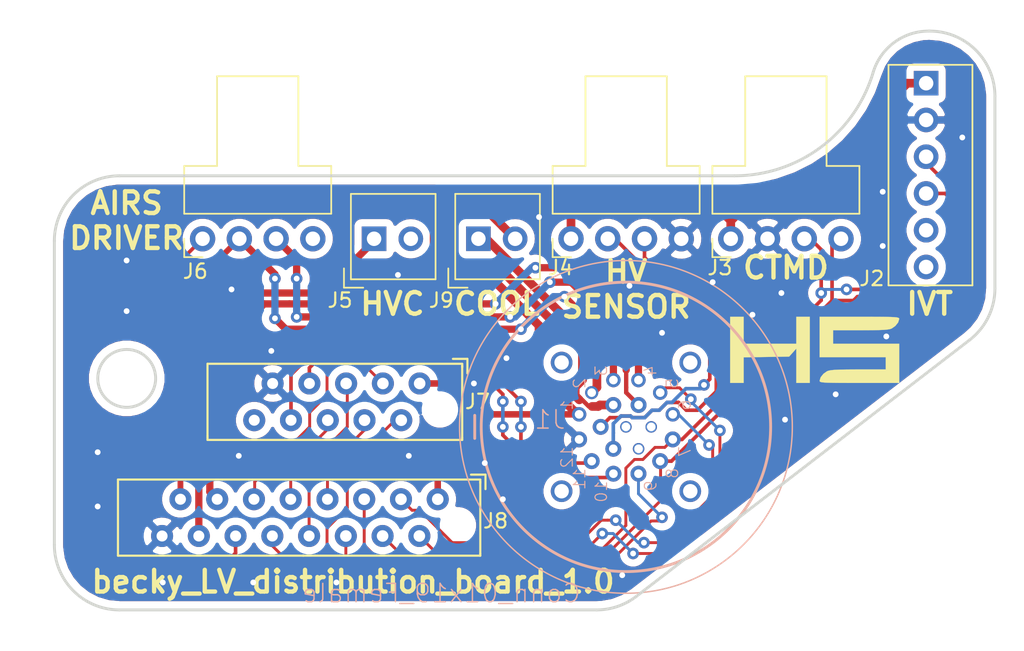
<source format=kicad_pcb>
(kicad_pcb (version 20171130) (host pcbnew "(5.1.4-0)")

  (general
    (thickness 1.6)
    (drawings 21)
    (tracks 328)
    (zones 0)
    (modules 10)
    (nets 32)
  )

  (page A4)
  (layers
    (0 F.Cu signal)
    (31 B.Cu signal)
    (32 B.Adhes user)
    (33 F.Adhes user)
    (34 B.Paste user)
    (35 F.Paste user)
    (36 B.SilkS user)
    (37 F.SilkS user)
    (38 B.Mask user)
    (39 F.Mask user)
    (40 Dwgs.User user)
    (41 Cmts.User user)
    (42 Eco1.User user)
    (43 Eco2.User user)
    (44 Edge.Cuts user)
    (45 Margin user)
    (46 B.CrtYd user)
    (47 F.CrtYd user)
    (48 B.Fab user)
    (49 F.Fab user)
  )

  (setup
    (last_trace_width 0.25)
    (user_trace_width 0.2)
    (user_trace_width 0.3)
    (user_trace_width 0.45)
    (user_trace_width 0.5)
    (user_trace_width 0.6)
    (trace_clearance 0.2)
    (zone_clearance 0.508)
    (zone_45_only no)
    (trace_min 0.2)
    (via_size 0.8)
    (via_drill 0.4)
    (via_min_size 0.4)
    (via_min_drill 0.3)
    (uvia_size 0.3)
    (uvia_drill 0.1)
    (uvias_allowed no)
    (uvia_min_size 0.2)
    (uvia_min_drill 0.1)
    (edge_width 0.05)
    (segment_width 0.2)
    (pcb_text_width 0.3)
    (pcb_text_size 1.5 1.5)
    (mod_edge_width 0.12)
    (mod_text_size 1 1)
    (mod_text_width 0.15)
    (pad_size 0.99982 0.99982)
    (pad_drill 0.59944)
    (pad_to_mask_clearance 0.051)
    (solder_mask_min_width 0.25)
    (aux_axis_origin 0 0)
    (visible_elements FFFFFF7F)
    (pcbplotparams
      (layerselection 0x010fc_ffffffff)
      (usegerberextensions false)
      (usegerberattributes false)
      (usegerberadvancedattributes false)
      (creategerberjobfile false)
      (excludeedgelayer true)
      (linewidth 0.100000)
      (plotframeref false)
      (viasonmask false)
      (mode 1)
      (useauxorigin false)
      (hpglpennumber 1)
      (hpglpenspeed 20)
      (hpglpendiameter 15.000000)
      (psnegative false)
      (psa4output false)
      (plotreference true)
      (plotvalue true)
      (plotinvisibletext false)
      (padsonsilk false)
      (subtractmaskfromsilk false)
      (outputformat 1)
      (mirror false)
      (drillshape 1)
      (scaleselection 1)
      (outputdirectory ""))
  )

  (net 0 "")
  (net 1 /control_systems_supply)
  (net 2 /cooling_supply)
  (net 3 /SC_TSMS_relays)
  (net 4 /SC_right_AMS)
  (net 5 /CAN1_H)
  (net 6 /CAN1_L)
  (net 7 /CAN2_H)
  (net 8 /CAN2_L)
  (net 9 /RST_out)
  (net 10 /relays_open+)
  (net 11 /relays_open-)
  (net 12 /TS_state_accumulator+)
  (net 13 /TS_state_accumulator-)
  (net 14 "Net-(J1-Pad16)")
  (net 15 /SC_GND)
  (net 16 /cooling_GND)
  (net 17 /control_systems_GND)
  (net 18 /OCS)
  (net 19 /Trigger)
  (net 20 /SC_IMD_HV_connector)
  (net 21 "Net-(J5-Pad2)")
  (net 22 /enable_precharge)
  (net 23 "Net-(J6-Pad4)")
  (net 24 "Net-(J7-Pad10)")
  (net 25 /precharge_closed)
  (net 26 /AIR-_closed)
  (net 27 /AIR+_closed)
  (net 28 /enable_AIR-)
  (net 29 /enable_AIR+)
  (net 30 "Net-(J1-Pad17)")
  (net 31 "Net-(J1-Pad19)")

  (net_class Default "This is the default net class."
    (clearance 0.2)
    (trace_width 0.25)
    (via_dia 0.8)
    (via_drill 0.4)
    (uvia_dia 0.3)
    (uvia_drill 0.1)
    (add_net /AIR+_closed)
    (add_net /AIR-_closed)
    (add_net /CAN1_H)
    (add_net /CAN1_L)
    (add_net /CAN2_H)
    (add_net /CAN2_L)
    (add_net /OCS)
    (add_net /RST_out)
    (add_net /SC_GND)
    (add_net /SC_IMD_HV_connector)
    (add_net /SC_TSMS_relays)
    (add_net /SC_right_AMS)
    (add_net /TS_state_accumulator+)
    (add_net /TS_state_accumulator-)
    (add_net /Trigger)
    (add_net /control_systems_GND)
    (add_net /control_systems_supply)
    (add_net /cooling_GND)
    (add_net /cooling_supply)
    (add_net /enable_AIR+)
    (add_net /enable_AIR-)
    (add_net /enable_precharge)
    (add_net /precharge_closed)
    (add_net /relays_open+)
    (add_net /relays_open-)
    (add_net "Net-(J1-Pad16)")
    (add_net "Net-(J1-Pad17)")
    (add_net "Net-(J1-Pad19)")
    (add_net "Net-(J5-Pad2)")
    (add_net "Net-(J6-Pad4)")
    (add_net "Net-(J7-Pad10)")
  )

  (module KTHFS:holger_stenbergs (layer F.Cu) (tedit 0) (tstamp 60D2A689)
    (at 166.3 92.1)
    (fp_text reference G*** (at 0 0) (layer F.SilkS) hide
      (effects (font (size 1.524 1.524) (thickness 0.3)))
    )
    (fp_text value LOGO (at 0.75 0) (layer F.SilkS) hide
      (effects (font (size 1.524 1.524) (thickness 0.3)))
    )
    (fp_poly (pts (xy 3.846366 -2.708849) (xy 4.45009 -2.706775) (xy 4.918532 -2.702181) (xy 5.268715 -2.694135)
      (xy 5.517665 -2.681706) (xy 5.682405 -2.663963) (xy 5.779961 -2.639975) (xy 5.827356 -2.608811)
      (xy 5.841617 -2.56954) (xy 5.842 -2.558839) (xy 5.768453 -2.317201) (xy 5.575584 -2.076601)
      (xy 5.333065 -1.904517) (xy 5.217318 -1.861474) (xy 5.044162 -1.828894) (xy 4.792242 -1.805523)
      (xy 4.440207 -1.790105) (xy 3.966704 -1.781387) (xy 3.350378 -1.778115) (xy 3.179205 -1.778)
      (xy 1.27 -1.778) (xy 1.27 -0.846667) (xy 5.842 -0.846667) (xy 5.842 1.862667)
      (xy 3.090334 1.862667) (xy 2.334301 1.862182) (xy 1.730577 1.860108) (xy 1.262135 1.855514)
      (xy 0.911952 1.847468) (xy 0.663002 1.835039) (xy 0.498262 1.817296) (xy 0.400706 1.793308)
      (xy 0.353311 1.762144) (xy 0.33905 1.722873) (xy 0.338667 1.712172) (xy 0.412214 1.470534)
      (xy 0.605083 1.229934) (xy 0.847602 1.05785) (xy 0.963349 1.014807) (xy 1.136505 0.982227)
      (xy 1.388425 0.958856) (xy 1.74046 0.943438) (xy 2.213963 0.93472) (xy 2.830289 0.931448)
      (xy 3.001462 0.931333) (xy 4.910667 0.931333) (xy 4.910667 0.084667) (xy 0.338667 0.084667)
      (xy 0.338667 -2.709333) (xy 3.090334 -2.709333) (xy 3.846366 -2.708849)) (layer F.SilkS) (width 0.01))
    (fp_poly (pts (xy -4.910666 -0.846667) (xy -1.27 -0.846667) (xy -1.27 -2.709333) (xy -0.338666 -2.709333)
      (xy -0.338666 1.862667) (xy -1.27 1.862667) (xy -1.27 -0.510672) (xy -1.516869 -0.234169)
      (xy -1.763739 0.042333) (xy -3.337203 0.068736) (xy -4.910666 0.095138) (xy -4.910666 1.862667)
      (xy -5.842 1.862667) (xy -5.842 -2.709333) (xy -4.910666 -2.709333) (xy -4.910666 -0.846667)) (layer F.SilkS) (width 0.01))
  )

  (module KTHFS:Wurth-WTB_2.54_male_vert_2 (layer F.Cu) (tedit 5FC372D7) (tstamp 60CA9AC7)
    (at 143.06 84 90)
    (path /60C9ECDB)
    (fp_text reference J9 (at -4.25 -2.56 180) (layer F.SilkS)
      (effects (font (size 1 1) (thickness 0.15)))
    )
    (fp_text value Conn_01x02_Male (at 0 9.95 90) (layer F.Fab)
      (effects (font (size 1 1) (thickness 0.15)))
    )
    (fp_line (start -2.8 4.25) (end 3.1 4.25) (layer F.SilkS) (width 0.12))
    (fp_line (start -2.8 -1.6) (end -2.8 4.25) (layer F.SilkS) (width 0.12))
    (fp_line (start 3.1 -1.6) (end 3.1 4.25) (layer F.SilkS) (width 0.12))
    (fp_line (start -2.8 -1.6) (end 3.1 -1.6) (layer F.SilkS) (width 0.12))
    (fp_line (start -3.38 -0.75) (end -3.38 -2.08) (layer F.SilkS) (width 0.12))
    (fp_line (start -3.38 -2.08) (end -2.05 -2.08) (layer F.SilkS) (width 0.12))
    (fp_text user %R (at 0 3.81) (layer F.Fab)
      (effects (font (size 1 1) (thickness 0.15)))
    )
    (pad 1 thru_hole rect (at 0 0 90) (size 1.7 1.7) (drill 1) (layers *.Cu *.Mask)
      (net 2 /cooling_supply))
    (pad 2 thru_hole oval (at 0 2.54 90) (size 1.7 1.7) (drill 1) (layers *.Cu *.Mask)
      (net 16 /cooling_GND))
    (model ${KICAD_INFRASTRUCTURE}/libraries/3dmodels/Wurth-WTB_vert_2.stp
      (offset (xyz 0.25 -1.3 6))
      (scale (xyz 1 1 1))
      (rotate (xyz 0 0 -90))
    )
  )

  (module KTHFS:Wurth-MM_female_16 (layer F.Cu) (tedit 60B8EB1B) (tstamp 60CA84C5)
    (at 140.25 102)
    (path /60CA74BE)
    (fp_text reference J8 (at 4 1.5) (layer F.SilkS)
      (effects (font (size 1 1) (thickness 0.15)))
    )
    (fp_text value Conn_01x16_Female (at -2.54 5.08) (layer F.Fab)
      (effects (font (size 1 1) (thickness 0.15)))
    )
    (fp_line (start -9.28 3.9) (end -22.098 3.9) (layer F.SilkS) (width 0.15))
    (fp_line (start 2.94 -1.13) (end 2.94 -1.35) (layer F.SilkS) (width 0.15))
    (fp_line (start 2.3 -1.7) (end 3.3 -1.7) (layer F.SilkS) (width 0.15))
    (fp_line (start 3.3 -1.7) (end 3.3 -0.7) (layer F.SilkS) (width 0.15))
    (fp_line (start 2.94 3.9) (end 2.94 3.77) (layer F.SilkS) (width 0.15))
    (fp_line (start 2.94 -1.23) (end 2.94 3.76) (layer F.SilkS) (width 0.15))
    (fp_line (start 2.92 3.9) (end -9.3 3.9) (layer F.SilkS) (width 0.15))
    (fp_line (start 2.94 -1.36) (end -22.098 -1.36) (layer F.SilkS) (width 0.15))
    (fp_line (start -22.098 -1.36) (end -22.098 3.9) (layer F.SilkS) (width 0.15))
    (fp_line (start 2.94 3.9) (end 2.92 3.9) (layer F.SilkS) (width 0.15))
    (pad 16 thru_hole circle (at -19.05 2.54) (size 1.524 1.524) (drill 0.762) (layers *.Cu *.Mask)
      (net 17 /control_systems_GND))
    (pad 15 thru_hole circle (at -17.78 0) (size 1.524 1.524) (drill 0.762) (layers *.Cu *.Mask)
      (net 3 /SC_TSMS_relays))
    (pad 6 thru_hole circle (at -6.35 2.54) (size 1.524 1.524) (drill 0.8) (layers *.Cu *.Mask)
      (net 9 /RST_out))
    (pad 8 thru_hole circle (at -8.89 2.54) (size 1.524 1.524) (drill 0.762) (layers *.Cu *.Mask)
      (net 26 /AIR-_closed))
    (pad 3 thru_hole circle (at -2.54 0) (size 1.524 1.524) (drill 0.8) (layers *.Cu *.Mask)
      (net 6 /CAN1_L))
    (pad 9 thru_hole circle (at -10.16 0) (size 1.524 1.524) (drill 0.762) (layers *.Cu *.Mask)
      (net 25 /precharge_closed))
    (pad 13 thru_hole circle (at -15.24 0) (size 1.524 1.524) (drill 0.762) (layers *.Cu *.Mask)
      (net 4 /SC_right_AMS))
    (pad 4 thru_hole circle (at -3.81 2.54) (size 1.524 1.524) (drill 0.8) (layers *.Cu *.Mask)
      (net 7 /CAN2_H))
    (pad 11 thru_hole circle (at -12.7 0) (size 1.524 1.524) (drill 0.762) (layers *.Cu *.Mask)
      (net 28 /enable_AIR-))
    (pad 1 thru_hole circle (at 0 0) (size 1.524 1.524) (drill 0.8) (layers *.Cu *.Mask)
      (net 1 /control_systems_supply))
    (pad 5 thru_hole circle (at -5.08 0) (size 1.524 1.524) (drill 0.8) (layers *.Cu *.Mask)
      (net 8 /CAN2_L))
    (pad 10 thru_hole circle (at -11.43 2.54) (size 1.524 1.524) (drill 0.762) (layers *.Cu *.Mask)
      (net 29 /enable_AIR+))
    (pad 2 thru_hole circle (at -1.27 2.54) (size 1.524 1.524) (drill 0.8) (layers *.Cu *.Mask)
      (net 5 /CAN1_H))
    (pad 7 thru_hole circle (at -7.62 0) (size 1.524 1.524) (drill 0.762) (layers *.Cu *.Mask)
      (net 27 /AIR+_closed))
    (pad "" np_thru_hole circle (at 1.4 1.8) (size 1.5 1.5) (drill 1.5) (layers *.Cu *.Mask))
    (pad 14 thru_hole circle (at -16.51 2.54) (size 1.524 1.524) (drill 0.762) (layers *.Cu *.Mask)
      (net 20 /SC_IMD_HV_connector))
    (pad 12 thru_hole circle (at -13.97 2.54) (size 1.524 1.524) (drill 0.762) (layers *.Cu *.Mask)
      (net 22 /enable_precharge))
    (model ${KICAD_INFRASTRUCTURE}/libraries/3dmodels/Wurth-MM_female_16.stp
      (offset (xyz -9.539999999999999 -1.27 0))
      (scale (xyz 1 1 1))
      (rotate (xyz 0 0 180))
    )
  )

  (module KTHFS:Wurth-MM_female_10 (layer F.Cu) (tedit 5CE95829) (tstamp 60CA84A6)
    (at 139 94)
    (path /60CA4B2B)
    (fp_text reference J7 (at 4 1.25) (layer F.SilkS)
      (effects (font (size 1 1) (thickness 0.15)))
    )
    (fp_text value Conn_01x10_Female (at -2.54 5.08) (layer F.Fab)
      (effects (font (size 1 1) (thickness 0.15)))
    )
    (fp_line (start 2.94 3.9) (end 2.92 3.9) (layer F.SilkS) (width 0.15))
    (fp_line (start 2.94 3.9) (end 2.94 3.77) (layer F.SilkS) (width 0.15))
    (fp_line (start -14.66 3.9) (end -14.66 3.73) (layer F.SilkS) (width 0.15))
    (fp_line (start 3.3 -1.7) (end 3.3 -0.7) (layer F.SilkS) (width 0.15))
    (fp_line (start 2.3 -1.7) (end 3.3 -1.7) (layer F.SilkS) (width 0.15))
    (fp_line (start 2.94 -1.13) (end 2.94 -1.35) (layer F.SilkS) (width 0.15))
    (fp_line (start -14.66 3.76) (end -14.66 3.61) (layer F.SilkS) (width 0.15))
    (fp_line (start -9.28 3.9) (end -14.66 3.9) (layer F.SilkS) (width 0.15))
    (fp_line (start -14.66 -1.36) (end -14.66 3.64) (layer F.SilkS) (width 0.15))
    (fp_line (start 2.94 -1.36) (end -14.66 -1.36) (layer F.SilkS) (width 0.15))
    (fp_line (start 2.92 3.9) (end -9.3 3.9) (layer F.SilkS) (width 0.15))
    (fp_line (start 2.94 -1.23) (end 2.94 3.76) (layer F.SilkS) (width 0.15))
    (pad 10 thru_hole circle (at -11.43 2.54) (size 1.524 1.524) (drill 0.762) (layers *.Cu *.Mask)
      (net 24 "Net-(J7-Pad10)"))
    (pad 9 thru_hole circle (at -10.16 0) (size 1.524 1.524) (drill 0.762) (layers *.Cu *.Mask)
      (net 17 /control_systems_GND))
    (pad 8 thru_hole circle (at -8.89 2.54) (size 1.524 1.524) (drill 0.762) (layers *.Cu *.Mask)
      (net 11 /relays_open-))
    (pad 7 thru_hole circle (at -7.62 0) (size 1.524 1.524) (drill 0.762) (layers *.Cu *.Mask)
      (net 10 /relays_open+))
    (pad "" np_thru_hole circle (at 1.4 1.8) (size 1.5 1.5) (drill 1.5) (layers *.Cu *.Mask))
    (pad 6 thru_hole circle (at -6.35 2.54) (size 1.524 1.524) (drill 0.8) (layers *.Cu *.Mask)
      (net 25 /precharge_closed))
    (pad 5 thru_hole circle (at -5.08 0) (size 1.524 1.524) (drill 0.8) (layers *.Cu *.Mask)
      (net 26 /AIR-_closed))
    (pad 4 thru_hole circle (at -3.81 2.54) (size 1.524 1.524) (drill 0.8) (layers *.Cu *.Mask)
      (net 27 /AIR+_closed))
    (pad 3 thru_hole circle (at -2.54 0) (size 1.524 1.524) (drill 0.8) (layers *.Cu *.Mask)
      (net 28 /enable_AIR-))
    (pad 2 thru_hole circle (at -1.27 2.54) (size 1.524 1.524) (drill 0.8) (layers *.Cu *.Mask)
      (net 29 /enable_AIR+))
    (pad 1 thru_hole circle (at 0 0) (size 1.524 1.524) (drill 0.8) (layers *.Cu *.Mask)
      (net 1 /control_systems_supply))
    (model ${KICAD_INFRASTRUCTURE}/libraries/3dmodels/Wurth-MM_female_10.stp
      (offset (xyz -5.85 -1.25 0))
      (scale (xyz 1 1 1))
      (rotate (xyz 0 0 0))
    )
  )

  (module KTHFS:Wurth-WTB_2.54_male_angle_4 (layer F.Cu) (tedit 60283CB4) (tstamp 60CBA827)
    (at 124 84 180)
    (path /60C9322A)
    (fp_text reference J6 (at 0.5 -2.25) (layer F.SilkS)
      (effects (font (size 1 1) (thickness 0.15)))
    )
    (fp_text value Conn_01x04_Male (at 0 -0.5) (layer F.Fab)
      (effects (font (size 1 1) (thickness 0.15)))
    )
    (fp_line (start 1.27 -1.27) (end 0 -1.27) (layer F.SilkS) (width 0.12))
    (fp_line (start 1.27 -1.27) (end 1.27 0) (layer F.SilkS) (width 0.12))
    (fp_line (start -6.62 11.23) (end -1 11.23) (layer F.SilkS) (width 0.12))
    (fp_line (start -1 5.03) (end -1 11.23) (layer F.SilkS) (width 0.12))
    (fp_line (start -6.62 5.03) (end -6.62 11.23) (layer F.SilkS) (width 0.12))
    (fp_line (start -8.89 5.03) (end -6.62 5.03) (layer F.SilkS) (width 0.12))
    (fp_line (start 1.27 5.03) (end -1 5.03) (layer F.SilkS) (width 0.12))
    (fp_line (start -8.89 1.73) (end -8.89 5.03) (layer F.SilkS) (width 0.12))
    (fp_line (start 1.27 1.73) (end -8.89 1.73) (layer F.SilkS) (width 0.12))
    (fp_line (start 1.27 1.73) (end 1.27 5.03) (layer F.SilkS) (width 0.12))
    (pad 1 thru_hole circle (at 0 0 180) (size 1.75 1.75) (drill 1) (layers *.Cu *.Mask)
      (net 22 /enable_precharge))
    (pad 2 thru_hole circle (at -2.54 0 180) (size 1.75 1.75) (drill 1) (layers *.Cu *.Mask)
      (net 3 /SC_TSMS_relays))
    (pad 3 thru_hole circle (at -5.08 0 180) (size 1.75 1.75) (drill 1) (layers *.Cu *.Mask)
      (net 15 /SC_GND))
    (pad 4 thru_hole circle (at -7.62 0 180) (size 1.75 1.75) (drill 1) (layers *.Cu *.Mask)
      (net 23 "Net-(J6-Pad4)"))
    (model ${KICAD_INFRASTRUCTURE}/libraries/3dmodels/Wurth-WTB_2.54_male_angle_4.stp
      (offset (xyz -3.8 -7.45 2.9))
      (scale (xyz 1 1 1))
      (rotate (xyz -90 0 0))
    )
  )

  (module KTHFS:Wurth-WTB_2.54_male_vert_2 (layer F.Cu) (tedit 5FC372D7) (tstamp 60CB9834)
    (at 135.85 84 90)
    (path /60C9BCFA)
    (fp_text reference J5 (at -4.25 -2.35 180) (layer F.SilkS)
      (effects (font (size 1 1) (thickness 0.15)))
    )
    (fp_text value Conn_01x02_Male (at 0 9.95 90) (layer F.Fab)
      (effects (font (size 1 1) (thickness 0.15)))
    )
    (fp_line (start -2.8 4.25) (end 3.1 4.25) (layer F.SilkS) (width 0.12))
    (fp_line (start -2.8 -1.6) (end -2.8 4.25) (layer F.SilkS) (width 0.12))
    (fp_line (start 3.1 -1.6) (end 3.1 4.25) (layer F.SilkS) (width 0.12))
    (fp_line (start -2.8 -1.6) (end 3.1 -1.6) (layer F.SilkS) (width 0.12))
    (fp_line (start -3.38 -0.75) (end -3.38 -2.08) (layer F.SilkS) (width 0.12))
    (fp_line (start -3.38 -2.08) (end -2.05 -2.08) (layer F.SilkS) (width 0.12))
    (fp_text user %R (at 0 3.81) (layer F.Fab)
      (effects (font (size 1 1) (thickness 0.15)))
    )
    (pad 1 thru_hole rect (at 0 0 90) (size 1.7 1.7) (drill 1) (layers *.Cu *.Mask)
      (net 20 /SC_IMD_HV_connector))
    (pad 2 thru_hole oval (at 0 2.54 90) (size 1.7 1.7) (drill 1) (layers *.Cu *.Mask)
      (net 21 "Net-(J5-Pad2)"))
    (model ${KICAD_INFRASTRUCTURE}/libraries/3dmodels/Wurth-WTB_vert_2.stp
      (offset (xyz 0.25 -1.3 6))
      (scale (xyz 1 1 1))
      (rotate (xyz 0 0 -90))
    )
  )

  (module KTHFS:Wurth-WTB_2.54_male_angle_4 (layer F.Cu) (tedit 60283CB4) (tstamp 60CA846C)
    (at 149.46 84 180)
    (path /60C92203)
    (fp_text reference J4 (at 0.71 -2) (layer F.SilkS)
      (effects (font (size 1 1) (thickness 0.15)))
    )
    (fp_text value Conn_01x04_Male (at 0 -0.5) (layer F.Fab)
      (effects (font (size 1 1) (thickness 0.15)))
    )
    (fp_line (start 1.27 -1.27) (end 0 -1.27) (layer F.SilkS) (width 0.12))
    (fp_line (start 1.27 -1.27) (end 1.27 0) (layer F.SilkS) (width 0.12))
    (fp_line (start -6.62 11.23) (end -1 11.23) (layer F.SilkS) (width 0.12))
    (fp_line (start -1 5.03) (end -1 11.23) (layer F.SilkS) (width 0.12))
    (fp_line (start -6.62 5.03) (end -6.62 11.23) (layer F.SilkS) (width 0.12))
    (fp_line (start -8.89 5.03) (end -6.62 5.03) (layer F.SilkS) (width 0.12))
    (fp_line (start 1.27 5.03) (end -1 5.03) (layer F.SilkS) (width 0.12))
    (fp_line (start -8.89 1.73) (end -8.89 5.03) (layer F.SilkS) (width 0.12))
    (fp_line (start 1.27 1.73) (end -8.89 1.73) (layer F.SilkS) (width 0.12))
    (fp_line (start 1.27 1.73) (end 1.27 5.03) (layer F.SilkS) (width 0.12))
    (pad 1 thru_hole circle (at 0 0 180) (size 1.75 1.75) (drill 1) (layers *.Cu *.Mask)
      (net 1 /control_systems_supply))
    (pad 2 thru_hole circle (at -2.54 0 180) (size 1.75 1.75) (drill 1) (layers *.Cu *.Mask)
      (net 12 /TS_state_accumulator+))
    (pad 3 thru_hole circle (at -5.08 0 180) (size 1.75 1.75) (drill 1) (layers *.Cu *.Mask)
      (net 13 /TS_state_accumulator-))
    (pad 4 thru_hole circle (at -7.62 0 180) (size 1.75 1.75) (drill 1) (layers *.Cu *.Mask)
      (net 17 /control_systems_GND))
    (model ${KICAD_INFRASTRUCTURE}/libraries/3dmodels/Wurth-WTB_2.54_male_angle_4.stp
      (offset (xyz -3.8 -7.45 2.9))
      (scale (xyz 1 1 1))
      (rotate (xyz -90 0 0))
    )
  )

  (module KTHFS:Wurth-WTB_2.54_male_angle_4 (layer F.Cu) (tedit 60283CB4) (tstamp 60CA845A)
    (at 160.5 84 180)
    (path /60C93605)
    (fp_text reference J3 (at 0.75 -2) (layer F.SilkS)
      (effects (font (size 1 1) (thickness 0.15)))
    )
    (fp_text value Conn_01x04_Male (at 0 -0.5) (layer F.Fab)
      (effects (font (size 1 1) (thickness 0.15)))
    )
    (fp_line (start 1.27 -1.27) (end 0 -1.27) (layer F.SilkS) (width 0.12))
    (fp_line (start 1.27 -1.27) (end 1.27 0) (layer F.SilkS) (width 0.12))
    (fp_line (start -6.62 11.23) (end -1 11.23) (layer F.SilkS) (width 0.12))
    (fp_line (start -1 5.03) (end -1 11.23) (layer F.SilkS) (width 0.12))
    (fp_line (start -6.62 5.03) (end -6.62 11.23) (layer F.SilkS) (width 0.12))
    (fp_line (start -8.89 5.03) (end -6.62 5.03) (layer F.SilkS) (width 0.12))
    (fp_line (start 1.27 5.03) (end -1 5.03) (layer F.SilkS) (width 0.12))
    (fp_line (start -8.89 1.73) (end -8.89 5.03) (layer F.SilkS) (width 0.12))
    (fp_line (start 1.27 1.73) (end -8.89 1.73) (layer F.SilkS) (width 0.12))
    (fp_line (start 1.27 1.73) (end 1.27 5.03) (layer F.SilkS) (width 0.12))
    (pad 1 thru_hole circle (at 0 0 180) (size 1.75 1.75) (drill 1) (layers *.Cu *.Mask)
      (net 1 /control_systems_supply))
    (pad 2 thru_hole circle (at -2.54 0 180) (size 1.75 1.75) (drill 1) (layers *.Cu *.Mask)
      (net 17 /control_systems_GND))
    (pad 3 thru_hole circle (at -5.08 0 180) (size 1.75 1.75) (drill 1) (layers *.Cu *.Mask)
      (net 7 /CAN2_H))
    (pad 4 thru_hole circle (at -7.62 0 180) (size 1.75 1.75) (drill 1) (layers *.Cu *.Mask)
      (net 8 /CAN2_L))
    (model ${KICAD_INFRASTRUCTURE}/libraries/3dmodels/Wurth-WTB_2.54_male_angle_4.stp
      (offset (xyz -3.8 -7.45 2.9))
      (scale (xyz 1 1 1))
      (rotate (xyz -90 0 0))
    )
  )

  (module KTHFS:Wurth-WTB_2.54_male_vert_6 (layer F.Cu) (tedit 5FDE2754) (tstamp 60CA9782)
    (at 174 73.25)
    (path /60C91740)
    (fp_text reference J2 (at -3.75 13.5) (layer F.SilkS)
      (effects (font (size 1 1) (thickness 0.15)))
    )
    (fp_text value Conn_01x06_Male (at 0 9.95) (layer F.Fab)
      (effects (font (size 1 1) (thickness 0.15)))
    )
    (fp_line (start 3.2 -1.27) (end 3.2 13.97) (layer F.SilkS) (width 0.12))
    (fp_line (start -2.6 13.97) (end 3.2 13.97) (layer F.SilkS) (width 0.12))
    (fp_line (start -2.6 -1.27) (end -2.6 13.97) (layer F.SilkS) (width 0.12))
    (fp_line (start -2.6 -1.27) (end 3.2 -1.27) (layer F.SilkS) (width 0.12))
    (fp_text user %R (at 0 3.81 90) (layer F.Fab)
      (effects (font (size 1 1) (thickness 0.15)))
    )
    (pad 1 thru_hole rect (at 0 0) (size 1.7 1.7) (drill 1) (layers *.Cu *.Mask)
      (net 1 /control_systems_supply))
    (pad 2 thru_hole oval (at 0 2.54) (size 1.7 1.7) (drill 1) (layers *.Cu *.Mask)
      (net 17 /control_systems_GND))
    (pad 3 thru_hole oval (at 0 5.08) (size 1.7 1.7) (drill 1) (layers *.Cu *.Mask)
      (net 8 /CAN2_L))
    (pad 4 thru_hole oval (at 0 7.62) (size 1.7 1.7) (drill 1) (layers *.Cu *.Mask)
      (net 7 /CAN2_H))
    (pad 5 thru_hole circle (at 0 10.16) (size 1.7 1.7) (drill 1) (layers *.Cu *.Mask)
      (net 18 /OCS))
    (pad 6 thru_hole circle (at 0 12.7) (size 1.7 1.7) (drill 1) (layers *.Cu *.Mask)
      (net 19 /Trigger))
    (model ${KICAD_INFRASTRUCTURE}/libraries/3dmodels/Wurth-WTB_vert_6.stp
      (offset (xyz 0.3 -6.35 6))
      (scale (xyz 1 1 1))
      (rotate (xyz 0 0 -90))
    )
  )

  (module KTHFS:HEN.2F.319 (layer B.Cu) (tedit 60CB8ED0) (tstamp 60CA31C1)
    (at 153.256301 97 270)
    (descr "LEMO CONNECTOR")
    (tags "LEMO CONNECTOR")
    (path /60CA0649)
    (attr virtual)
    (fp_text reference J1 (at -0.5 5.256301 180) (layer B.SilkS)
      (effects (font (size 1.27 1.27) (thickness 0.1016)) (justify mirror))
    )
    (fp_text value Conn_01x19_Female (at 11.5 12.756301 180) (layer B.SilkS)
      (effects (font (size 1.27 1.27) (thickness 0.1016)) (justify mirror))
    )
    (fp_text user 1 (at -1.50622 4.07416 90) (layer B.SilkS)
      (effects (font (size 0.79756 0.79756) (thickness 0.0762)) (justify mirror))
    )
    (fp_text user 2 (at -3.00736 3.20802 90) (layer B.SilkS)
      (effects (font (size 0.79756 0.79756) (thickness 0.0762)) (justify mirror))
    )
    (fp_text user 3 (at -3.8735 1.70688 90) (layer B.SilkS)
      (effects (font (size 0.79756 0.79756) (thickness 0.0762)) (justify mirror))
    )
    (fp_text user 4 (at -3.8735 -1.70688 90) (layer B.SilkS)
      (effects (font (size 0.79756 0.79756) (thickness 0.0762)) (justify mirror))
    )
    (fp_text user 5 (at -3.00736 -3.20802 90) (layer B.SilkS)
      (effects (font (size 0.79756 0.79756) (thickness 0.0762)) (justify mirror))
    )
    (fp_text user 6 (at -1.50622 -4.07416 90) (layer B.SilkS)
      (effects (font (size 0.79756 0.79756) (thickness 0.0762)) (justify mirror))
    )
    (fp_text user 7 (at 1.70688 -4.07416 90) (layer B.SilkS)
      (effects (font (size 0.79756 0.79756) (thickness 0.0762)) (justify mirror))
    )
    (fp_text user 8 (at 3.20802 -3.20802 90) (layer B.SilkS)
      (effects (font (size 0.79756 0.79756) (thickness 0.0762)) (justify mirror))
    )
    (fp_text user 9 (at 4.07416 -1.70688 90) (layer B.SilkS)
      (effects (font (size 0.79756 0.79756) (thickness 0.0762)) (justify mirror))
    )
    (fp_text user 10 (at 4.47548 1.70688 90) (layer B.SilkS)
      (effects (font (size 0.79756 0.79756) (thickness 0.0762)) (justify mirror))
    )
    (fp_text user 11 (at 3.6068 3.20802 90) (layer B.SilkS)
      (effects (font (size 0.79756 0.79756) (thickness 0.0762)) (justify mirror))
    )
    (fp_text user 12 (at 2.10566 4.07416 90) (layer B.SilkS)
      (effects (font (size 0.79756 0.79756) (thickness 0.0762)) (justify mirror))
    )
    (fp_circle (center 0 0) (end 0 11.49858) (layer B.SilkS) (width 0.09906))
    (fp_circle (center 0 0) (end 0 9.99998) (layer B.SilkS) (width 0.19812))
    (fp_line (start -0.79756 10.44956) (end 0.79756 10.44956) (layer B.SilkS) (width 0.19812))
    (pad 1 thru_hole circle (at -0.86614 3.23596 270) (size 0.99982 0.99982) (drill 0.59944) (layers *.Cu *.Paste *.Mask)
      (net 1 /control_systems_supply))
    (pad 2 thru_hole circle (at -2.36728 2.36728 270) (size 0.90982 0.90982) (drill 0.59944) (layers *.Cu *.Paste *.Mask)
      (net 2 /cooling_supply))
    (pad 3 thru_hole circle (at -3.23596 0.86614 270) (size 0.99982 0.99982) (drill 0.59944) (layers *.Cu *.Paste *.Mask)
      (net 3 /SC_TSMS_relays))
    (pad 4 thru_hole circle (at -3.23596 -0.86614 270) (size 0.99982 0.99982) (drill 0.59944) (layers *.Cu *.Paste *.Mask)
      (net 4 /SC_right_AMS))
    (pad 5 thru_hole circle (at -2.36728 -2.36728 270) (size 0.9982 0.9982) (drill 0.59944) (layers *.Cu *.Paste *.Mask)
      (net 5 /CAN1_H))
    (pad 6 thru_hole circle (at -0.86614 -3.23596 270) (size 0.99982 0.99982) (drill 0.59944) (layers *.Cu *.Paste *.Mask)
      (net 6 /CAN1_L))
    (pad 7 thru_hole circle (at 0.86614 -3.23596 270) (size 1.09982 1.09982) (drill 0.59944) (layers *.Cu *.Paste *.Mask)
      (net 7 /CAN2_H))
    (pad 8 thru_hole circle (at 2.36728 -2.36728 270) (size 1.09982 1.09982) (drill 0.59944) (layers *.Cu *.Paste *.Mask)
      (net 8 /CAN2_L))
    (pad 9 thru_hole circle (at 3.23596 -0.86614 270) (size 1.09982 1.09982) (drill 0.59944) (layers *.Cu *.Paste *.Mask)
      (net 9 /RST_out))
    (pad 10 thru_hole circle (at 3.23596 0.86614 270) (size 1.09982 1.09982) (drill 0.59944) (layers *.Cu *.Paste *.Mask)
      (net 10 /relays_open+))
    (pad 11 thru_hole circle (at 2.36728 2.36728 270) (size 1.09982 1.09982) (drill 0.59944) (layers *.Cu *.Paste *.Mask)
      (net 11 /relays_open-))
    (pad 12 thru_hole circle (at 0.86614 3.23596 270) (size 1.09982 1.09982) (drill 0.59944) (layers *.Cu *.Paste *.Mask)
      (net 17 /control_systems_GND))
    (pad 13 thru_hole circle (at 0 1.74752 270) (size 1.09982 1.09982) (drill 0.59944) (layers *.Cu *.Paste *.Mask)
      (net 13 /TS_state_accumulator-))
    (pad 14 thru_hole circle (at -1.51384 0.87376 270) (size 1.09982 1.09982) (drill 0.59944) (layers *.Cu *.Paste *.Mask)
      (net 16 /cooling_GND))
    (pad 15 thru_hole circle (at -1.51384 -0.87376 270) (size 1.09982 1.09982) (drill 0.59944) (layers *.Cu *.Paste *.Mask)
      (net 15 /SC_GND))
    (pad 16 thru_hole circle (at 0 -1.74752 270) (size 0.8 0.8) (drill 0.59944) (layers *.Cu *.Paste *.Mask)
      (net 14 "Net-(J1-Pad16)"))
    (pad 17 thru_hole circle (at 1.51384 -0.87376 270) (size 0.8 0.8) (drill 0.59944) (layers *.Cu *.Paste *.Mask)
      (net 30 "Net-(J1-Pad17)"))
    (pad 18 thru_hole circle (at 1.51384 0.87376 270) (size 1.09982 1.09982) (drill 0.59944) (layers *.Cu *.Paste *.Mask)
      (net 12 /TS_state_accumulator+))
    (pad 19 thru_hole circle (at 0 0 270) (size 0.8 0.8) (drill 0.59944) (layers *.Cu *.Paste *.Mask)
      (net 31 "Net-(J1-Pad19)"))
    (pad 21 thru_hole circle (at -4.445 -4.445 270) (size 1.4986 1.4986) (drill 0.99822) (layers *.Cu *.Paste *.Mask))
    (pad 22 thru_hole circle (at 4.445 -4.445 270) (size 1.4986 1.4986) (drill 0.99822) (layers *.Cu *.Paste *.Mask))
    (pad 23 thru_hole circle (at 4.445 4.445 270) (size 1.4986 1.4986) (drill 0.99822) (layers *.Cu *.Paste *.Mask))
    (pad 24 thru_hole circle (at -4.445 4.445 270) (size 1.4986 1.4986) (drill 0.99822) (layers *.Cu *.Paste *.Mask))
    (model ${KICAD_INFRASTRUCTURE}/libraries/3dmodels/HEN.2F.319.stp
      (offset (xyz 0 0 17.5))
      (scale (xyz 1 1 1))
      (rotate (xyz 0 90 0))
    )
  )

  (gr_text "becky_LV_distribution_board_1.0\n" (at 134.4 107.7) (layer F.SilkS)
    (effects (font (size 1.5 1.5) (thickness 0.3)))
  )
  (gr_text "AIRS\nDRIVER" (at 118.75 82.75) (layer F.SilkS) (tstamp 60CBA424)
    (effects (font (size 1.5 1.5) (thickness 0.3)))
  )
  (gr_text HVC (at 137.12 88.5) (layer F.SilkS) (tstamp 60CBA0B4)
    (effects (font (size 1.5 1.5) (thickness 0.3)))
  )
  (gr_text COOL (at 144.33 88.5) (layer F.SilkS) (tstamp 60CB9E90)
    (effects (font (size 1.5 1.5) (thickness 0.3)))
  )
  (gr_text "HV\nSENSOR" (at 153.27 87.5) (layer F.SilkS) (tstamp 60CB9CC4)
    (effects (font (size 1.5 1.5) (thickness 0.3)))
  )
  (gr_text CTMD (at 164.31 86) (layer F.SilkS) (tstamp 60CB9AF4)
    (effects (font (size 1.5 1.5) (thickness 0.3)))
  )
  (gr_text IVT (at 174.25 88.5) (layer F.SilkS)
    (effects (font (size 1.5 1.5) (thickness 0.3)))
  )
  (gr_circle (center 118.756301 93.648999) (end 120.756301 93.648999) (layer Edge.Cuts) (width 0.2))
  (gr_arc (start 174.256301 87.433193) (end 177 91) (angle -52.43140797) (layer Edge.Cuts) (width 0.2))
  (gr_line (start 113.756301 105.148999) (end 113.756301 84.148999) (layer Edge.Cuts) (width 0.2))
  (gr_arc (start 118.256301 105.148999) (end 113.756301 105.148999) (angle -90) (layer Edge.Cuts) (width 0.2))
  (gr_line (start 178.756301 74.148999) (end 178.756301 87.433193) (layer Edge.Cuts) (width 0.2))
  (gr_line (start 118.256301 79.648999) (end 160.756301 79.648999) (layer Edge.Cuts) (width 0.2))
  (gr_arc (start 174.256301 74.148999) (end 178.756301 74.148999) (angle -90) (layer Edge.Cuts) (width 0.2))
  (gr_arc (start 118.256301 84.148999) (end 118.256301 79.648999) (angle -90) (layer Edge.Cuts) (width 0.2))
  (gr_arc (start 151.225753 105.148999) (end 151.225753 109.648999) (angle -37.56859203) (layer Edge.Cuts) (width 0.2))
  (gr_arc (start 174.172709 73.648999) (end 174.172709 69.648999) (angle -73.3984504) (layer Edge.Cuts) (width 0.2))
  (gr_arc (start 160.756301 69.648999) (end 160.756301 79.648999) (angle -73.3984504) (layer Edge.Cuts) (width 0.2))
  (gr_line (start 174.172709 69.648999) (end 174.256301 69.648999) (layer Edge.Cuts) (width 0.2))
  (gr_line (start 151.225753 109.648999) (end 118.256301 109.648999) (layer Edge.Cuts) (width 0.2))
  (gr_line (start 177 91) (end 153.969451 108.715807) (layer Edge.Cuts) (width 0.2))

  (segment (start 150.020341 96.13386) (end 146.11614 96.13386) (width 0.45) (layer F.Cu) (net 1))
  (segment (start 146.11614 96.13386) (end 143.13386 96.13386) (width 0.45) (layer F.Cu) (net 1))
  (segment (start 140.25 99.01772) (end 140.25 102) (width 0.45) (layer F.Cu) (net 1))
  (segment (start 143.13386 96.13386) (end 140.25 99.01772) (width 0.45) (layer F.Cu) (net 1))
  (segment (start 141 94) (end 139 94) (width 0.45) (layer F.Cu) (net 1))
  (segment (start 143.13386 96.13386) (end 141 94) (width 0.45) (layer F.Cu) (net 1))
  (segment (start 149.46 82.29) (end 149.46 84) (width 0.6) (layer F.Cu) (net 1))
  (segment (start 149.5 82.25) (end 149.46 82.29) (width 0.3) (layer F.Cu) (net 1))
  (segment (start 150.020341 96.13386) (end 149.88386 96.13386) (width 0.3) (layer F.Cu) (net 1))
  (segment (start 160.5 84) (end 160.5 82.762564) (width 0.6) (layer F.Cu) (net 1))
  (segment (start 158.75 81) (end 160.5 82.75) (width 0.6) (layer F.Cu) (net 1))
  (segment (start 160.5 82.75) (end 160.5 82.762564) (width 0.6) (layer F.Cu) (net 1))
  (segment (start 150.75 81) (end 158.75 81) (width 0.6) (layer F.Cu) (net 1))
  (segment (start 149.5 82.25) (end 150.75 81) (width 0.6) (layer F.Cu) (net 1))
  (segment (start 172.7 73.25) (end 174 73.25) (width 0.6) (layer F.Cu) (net 1))
  (segment (start 171.75 76) (end 171.75 74.2) (width 0.6) (layer F.Cu) (net 1))
  (segment (start 166.75 81) (end 171.75 76) (width 0.6) (layer F.Cu) (net 1))
  (segment (start 162.262564 81) (end 166.75 81) (width 0.6) (layer F.Cu) (net 1))
  (segment (start 171.75 74.2) (end 172.7 73.25) (width 0.6) (layer F.Cu) (net 1))
  (segment (start 160.5 82.762564) (end 162.262564 81) (width 0.6) (layer F.Cu) (net 1))
  (segment (start 140 81.75) (end 140 85.5) (width 0.6) (layer F.Cu) (net 1))
  (segment (start 141.25 86.75) (end 144 86.75) (width 0.6) (layer F.Cu) (net 1))
  (segment (start 148.25 81) (end 140.75 81) (width 0.6) (layer F.Cu) (net 1))
  (segment (start 140.75 81) (end 140 81.75) (width 0.6) (layer F.Cu) (net 1))
  (segment (start 149.702573 95.933957) (end 149.820438 95.933957) (width 0.6) (layer F.Cu) (net 1))
  (segment (start 149.5 82.25) (end 148.25 81) (width 0.6) (layer F.Cu) (net 1))
  (segment (start 147.25 90) (end 147.25 93.481384) (width 0.6) (layer F.Cu) (net 1))
  (segment (start 149.820438 95.933957) (end 150.020341 96.13386) (width 0.6) (layer F.Cu) (net 1))
  (segment (start 140 85.5) (end 141.25 86.75) (width 0.6) (layer F.Cu) (net 1))
  (segment (start 147.25 93.481384) (end 149.702573 95.933957) (width 0.6) (layer F.Cu) (net 1))
  (segment (start 144 86.75) (end 147.25 90) (width 0.6) (layer F.Cu) (net 1))
  (segment (start 151.25 94.271741) (end 151.25 91.648002) (width 0.6) (layer F.Cu) (net 2))
  (segment (start 151.25 91.648002) (end 143.601998 84) (width 0.6) (layer F.Cu) (net 2))
  (segment (start 143.601998 84) (end 143.06 84) (width 0.6) (layer F.Cu) (net 2))
  (segment (start 150.889021 94.63272) (end 151.25 94.271741) (width 0.6) (layer F.Cu) (net 2))
  (via (at 149 87.99999) (size 0.8) (drill 0.4) (layers F.Cu B.Cu) (net 3))
  (segment (start 152.390161 91.390151) (end 149 87.99999) (width 0.5) (layer F.Cu) (net 3))
  (segment (start 152.390161 93.76404) (end 152.390161 91.390151) (width 0.5) (layer F.Cu) (net 3))
  (via (at 146 90.25) (size 0.8) (drill 0.4) (layers F.Cu B.Cu) (net 3))
  (segment (start 148.25001 87.99999) (end 146 90.25) (width 0.5) (layer B.Cu) (net 3))
  (segment (start 149 87.99999) (end 148.25001 87.99999) (width 0.5) (layer B.Cu) (net 3))
  (segment (start 129 86.75) (end 129 86.46) (width 0.5) (layer F.Cu) (net 3))
  (via (at 129 89.5) (size 0.8) (drill 0.4) (layers F.Cu B.Cu) (net 3))
  (via (at 129 86.75) (size 0.8) (drill 0.4) (layers F.Cu B.Cu) (net 3))
  (segment (start 129 89.5) (end 129 86.75) (width 0.5) (layer B.Cu) (net 3))
  (segment (start 129 86.46) (end 126.54 84) (width 0.5) (layer F.Cu) (net 3))
  (segment (start 129.75 90.25) (end 129 89.5) (width 0.5) (layer F.Cu) (net 3))
  (segment (start 146 90.25) (end 129.75 90.25) (width 0.5) (layer F.Cu) (net 3))
  (segment (start 124 86.54) (end 126.54 84) (width 0.4) (layer F.Cu) (net 3))
  (segment (start 122.47 95.78) (end 124 94.25) (width 0.4) (layer F.Cu) (net 3))
  (segment (start 124 94.25) (end 124 86.54) (width 0.4) (layer F.Cu) (net 3))
  (segment (start 122.47 102) (end 122.47 95.78) (width 0.4) (layer F.Cu) (net 3))
  (via (at 147 86) (size 0.8) (drill 0.4) (layers F.Cu B.Cu) (net 4))
  (segment (start 150.25 86) (end 147 86) (width 0.5) (layer F.Cu) (net 4))
  (segment (start 154.122441 89.872441) (end 150.25 86) (width 0.5) (layer F.Cu) (net 4))
  (segment (start 154.122441 93.76404) (end 154.122441 89.872441) (width 0.5) (layer F.Cu) (net 4))
  (via (at 144.25 88.5) (size 0.8) (drill 0.4) (layers F.Cu B.Cu) (net 4))
  (segment (start 146.75 86) (end 144.25 88.5) (width 0.5) (layer B.Cu) (net 4))
  (segment (start 147 86) (end 146.75 86) (width 0.5) (layer B.Cu) (net 4))
  (segment (start 126.25 94.25) (end 126.25 90.5) (width 0.5) (layer F.Cu) (net 4))
  (segment (start 124.5 96) (end 126.25 94.25) (width 0.5) (layer F.Cu) (net 4))
  (segment (start 125.01 102) (end 124.5 101.49) (width 0.5) (layer F.Cu) (net 4))
  (segment (start 124.5 101.49) (end 124.5 96) (width 0.5) (layer F.Cu) (net 4))
  (segment (start 130 88.5) (end 144.25 88.5) (width 0.5) (layer F.Cu) (net 4))
  (segment (start 126.25 90.5) (end 128.25 88.5) (width 0.5) (layer F.Cu) (net 4))
  (segment (start 128.25 88.5) (end 130 88.5) (width 0.5) (layer F.Cu) (net 4))
  (segment (start 155.623581 94.63272) (end 155.5 94.509139) (width 0.25) (layer F.Cu) (net 5))
  (segment (start 139.94 105.5) (end 150.489976 105.5) (width 0.2) (layer F.Cu) (net 5))
  (via (at 151.619994 104.369982) (size 0.8) (drill 0.4) (layers F.Cu B.Cu) (net 5))
  (segment (start 150.489976 105.5) (end 151.219995 104.769981) (width 0.2) (layer F.Cu) (net 5))
  (segment (start 138.98 104.54) (end 139.94 105.5) (width 0.2) (layer F.Cu) (net 5))
  (segment (start 151.219995 104.769981) (end 151.619994 104.369982) (width 0.2) (layer F.Cu) (net 5))
  (segment (start 152.369982 104.369982) (end 153.350001 105.350001) (width 0.2) (layer B.Cu) (net 5))
  (segment (start 153.350001 105.350001) (end 153.75 105.75) (width 0.2) (layer B.Cu) (net 5))
  (segment (start 151.619994 104.369982) (end 152.369982 104.369982) (width 0.2) (layer B.Cu) (net 5))
  (via (at 153.75 105.75) (size 0.8) (drill 0.4) (layers F.Cu B.Cu) (net 5))
  (segment (start 153.75 105.75) (end 156 105.75) (width 0.2) (layer F.Cu) (net 5))
  (segment (start 156 105.75) (end 159.75 102) (width 0.2) (layer F.Cu) (net 5))
  (via (at 159.75 97.25) (size 0.8) (drill 0.4) (layers F.Cu B.Cu) (net 5))
  (segment (start 159.75 102) (end 159.75 97.25) (width 0.2) (layer F.Cu) (net 5))
  (via (at 157.741044 95.084276) (size 0.8) (drill 0.4) (layers F.Cu B.Cu) (net 5))
  (segment (start 159.75 97.25) (end 157.741044 95.241044) (width 0.2) (layer B.Cu) (net 5))
  (segment (start 157.741044 95.241044) (end 157.741044 95.084276) (width 0.2) (layer B.Cu) (net 5))
  (segment (start 157.341045 94.684277) (end 157.741044 95.084276) (width 0.2) (layer F.Cu) (net 5))
  (segment (start 155.956301 94.3) (end 156.956768 94.3) (width 0.2) (layer F.Cu) (net 5))
  (segment (start 156.956768 94.3) (end 157.341045 94.684277) (width 0.2) (layer F.Cu) (net 5))
  (segment (start 155.623581 94.63272) (end 155.956301 94.3) (width 0.2) (layer F.Cu) (net 5))
  (via (at 152.54999 103.446884) (size 0.8) (drill 0.4) (layers F.Cu B.Cu) (net 6))
  (segment (start 154.103106 105) (end 154.5 105) (width 0.2) (layer B.Cu) (net 6))
  (segment (start 152.54999 103.446884) (end 154.103106 105) (width 0.2) (layer B.Cu) (net 6))
  (via (at 154.5 105) (size 0.8) (drill 0.4) (layers F.Cu B.Cu) (net 6))
  (via (at 159 98.25) (size 0.8) (drill 0.4) (layers F.Cu B.Cu) (net 6))
  (segment (start 156.88386 96.13386) (end 159 98.25) (width 0.2) (layer B.Cu) (net 6))
  (segment (start 156.492261 96.13386) (end 156.88386 96.13386) (width 0.2) (layer B.Cu) (net 6))
  (segment (start 159.25 101.75) (end 159.25 98.5) (width 0.2) (layer F.Cu) (net 6))
  (segment (start 159.25 98.5) (end 159 98.25) (width 0.2) (layer F.Cu) (net 6))
  (segment (start 156 105) (end 159.25 101.75) (width 0.2) (layer F.Cu) (net 6))
  (segment (start 154.5 105) (end 156 105) (width 0.2) (layer F.Cu) (net 6))
  (segment (start 151.984305 103.446884) (end 152.54999 103.446884) (width 0.2) (layer F.Cu) (net 6))
  (segment (start 151.553116 103.446884) (end 151.984305 103.446884) (width 0.2) (layer F.Cu) (net 6))
  (segment (start 139.011999 102.761999) (end 141.25 105) (width 0.2) (layer F.Cu) (net 6))
  (segment (start 150 105) (end 151.553116 103.446884) (width 0.2) (layer F.Cu) (net 6))
  (segment (start 141.25 105) (end 150 105) (width 0.2) (layer F.Cu) (net 6))
  (segment (start 138.471999 102.761999) (end 139.011999 102.761999) (width 0.2) (layer F.Cu) (net 6))
  (segment (start 137.71 102) (end 138.471999 102.761999) (width 0.2) (layer F.Cu) (net 6))
  (segment (start 166.75 84.75) (end 166 84) (width 0.25) (layer F.Cu) (net 7))
  (segment (start 157.13386 97.86614) (end 166.75 88.25) (width 0.25) (layer F.Cu) (net 7))
  (segment (start 166 84) (end 165.58 84) (width 0.25) (layer F.Cu) (net 7))
  (segment (start 166.75 88.25) (end 166.75 87.75) (width 0.25) (layer F.Cu) (net 7))
  (segment (start 156.492261 97.86614) (end 157.13386 97.86614) (width 0.25) (layer F.Cu) (net 7))
  (segment (start 154.429904 99.25) (end 155.263855 98.416049) (width 0.2) (layer F.Cu) (net 7))
  (segment (start 153.850532 99.25) (end 154.429904 99.25) (width 0.2) (layer F.Cu) (net 7))
  (segment (start 153.25 99.850532) (end 153.850532 99.25) (width 0.2) (layer F.Cu) (net 7))
  (segment (start 155.942352 98.416049) (end 156.492261 97.86614) (width 0.2) (layer F.Cu) (net 7))
  (segment (start 153.25 103.813358) (end 153.25 99.850532) (width 0.2) (layer F.Cu) (net 7))
  (segment (start 137.9 106) (end 151.063357 106) (width 0.2) (layer F.Cu) (net 7))
  (segment (start 136.44 104.54) (end 137.9 106) (width 0.2) (layer F.Cu) (net 7))
  (segment (start 151.063357 106) (end 153.25 103.813358) (width 0.2) (layer F.Cu) (net 7))
  (segment (start 155.263855 98.416049) (end 155.942352 98.416049) (width 0.2) (layer F.Cu) (net 7))
  (segment (start 166.75 87.75) (end 166.75 84.75) (width 0.25) (layer F.Cu) (net 7) (tstamp 60CAE4BC))
  (via (at 166.75 87.75) (size 0.8) (drill 0.4) (layers F.Cu B.Cu) (net 7))
  (via (at 168.5 87.5) (size 0.8) (drill 0.4) (layers F.Cu B.Cu) (net 7))
  (segment (start 167 87.5) (end 168.5 87.5) (width 0.2) (layer B.Cu) (net 7))
  (segment (start 166.75 87.75) (end 167 87.5) (width 0.2) (layer B.Cu) (net 7))
  (segment (start 175.75 86.5) (end 175.75 81.3) (width 0.25) (layer F.Cu) (net 7))
  (segment (start 175.75 81.3) (end 175.32 80.87) (width 0.25) (layer F.Cu) (net 7))
  (segment (start 174.75 87.5) (end 175.75 86.5) (width 0.25) (layer F.Cu) (net 7))
  (segment (start 175.32 80.87) (end 174 80.87) (width 0.25) (layer F.Cu) (net 7))
  (segment (start 168.5 87.5) (end 174.75 87.5) (width 0.25) (layer F.Cu) (net 7))
  (segment (start 151.25 106.5) (end 155.650008 102.099992) (width 0.2) (layer F.Cu) (net 8))
  (segment (start 155.650008 99.393707) (end 155.623581 99.36728) (width 0.2) (layer F.Cu) (net 8))
  (segment (start 155.650008 102.099992) (end 155.650008 99.393707) (width 0.2) (layer F.Cu) (net 8))
  (segment (start 135.17 102) (end 135.17 105.17) (width 0.2) (layer F.Cu) (net 8))
  (segment (start 136.5 106.5) (end 151.25 106.5) (width 0.2) (layer F.Cu) (net 8))
  (segment (start 135.17 105.17) (end 136.5 106.5) (width 0.2) (layer F.Cu) (net 8))
  (segment (start 168 84) (end 168.12 84) (width 0.25) (layer F.Cu) (net 8))
  (segment (start 167.5 84.5) (end 168 84) (width 0.25) (layer F.Cu) (net 8))
  (segment (start 167.5 88.268551) (end 167.5 84.5) (width 0.25) (layer F.Cu) (net 8))
  (segment (start 156.401271 99.36728) (end 167.5 88.268551) (width 0.25) (layer F.Cu) (net 8))
  (segment (start 155.623581 99.36728) (end 156.401271 99.36728) (width 0.25) (layer F.Cu) (net 8))
  (segment (start 176.25 86.75) (end 176.25 81) (width 0.25) (layer F.Cu) (net 8))
  (segment (start 175 88) (end 176.25 86.75) (width 0.25) (layer F.Cu) (net 8))
  (segment (start 168.981449 88.268551) (end 169.25 88) (width 0.25) (layer F.Cu) (net 8))
  (segment (start 169.25 88) (end 175 88) (width 0.25) (layer F.Cu) (net 8))
  (segment (start 174 78.75) (end 174 78.33) (width 0.25) (layer F.Cu) (net 8))
  (segment (start 176.25 81) (end 174 78.75) (width 0.25) (layer F.Cu) (net 8))
  (segment (start 167.5 88.268551) (end 168.981449 88.268551) (width 0.25) (layer F.Cu) (net 8))
  (via (at 155.75 103.25) (size 0.8) (drill 0.4) (layers F.Cu B.Cu) (net 9))
  (segment (start 154.122441 100.23596) (end 154.122441 101.622441) (width 0.2) (layer B.Cu) (net 9))
  (segment (start 154.122441 101.622441) (end 155.350001 102.850001) (width 0.2) (layer B.Cu) (net 9))
  (segment (start 155.350001 102.850001) (end 155.75 103.25) (width 0.2) (layer B.Cu) (net 9))
  (segment (start 133.9 104.54) (end 133.9 105.9) (width 0.2) (layer F.Cu) (net 9))
  (segment (start 155 103.5) (end 155.5 103.5) (width 0.2) (layer F.Cu) (net 9))
  (segment (start 135 107) (end 151.5 107) (width 0.2) (layer F.Cu) (net 9))
  (segment (start 155.5 103.5) (end 155.75 103.25) (width 0.2) (layer F.Cu) (net 9))
  (segment (start 133.9 105.9) (end 135 107) (width 0.2) (layer F.Cu) (net 9))
  (segment (start 151.5 107) (end 155 103.5) (width 0.2) (layer F.Cu) (net 9))
  (via (at 144.75 95.25) (size 0.8) (drill 0.4) (layers F.Cu B.Cu) (net 10))
  (via (at 144.75 97) (size 0.8) (drill 0.4) (layers F.Cu B.Cu) (net 10))
  (segment (start 144.75 95.25) (end 144.75 97) (width 0.25) (layer B.Cu) (net 10))
  (segment (start 150.25 100.5) (end 152.126121 100.5) (width 0.25) (layer F.Cu) (net 10))
  (segment (start 149.75 100) (end 150.25 100.5) (width 0.25) (layer F.Cu) (net 10))
  (segment (start 152.126121 100.5) (end 152.390161 100.23596) (width 0.25) (layer F.Cu) (net 10))
  (segment (start 144.75 97.565685) (end 147.184315 100) (width 0.25) (layer F.Cu) (net 10))
  (segment (start 147.184315 100) (end 149.75 100) (width 0.25) (layer F.Cu) (net 10))
  (segment (start 144.75 97) (end 144.75 97.565685) (width 0.25) (layer F.Cu) (net 10))
  (segment (start 144.75 94.75) (end 144.75 95.25) (width 0.25) (layer F.Cu) (net 10))
  (segment (start 142 92) (end 144.75 94.75) (width 0.25) (layer F.Cu) (net 10))
  (segment (start 132.30237 92) (end 142 92) (width 0.25) (layer F.Cu) (net 10))
  (segment (start 131.38 92.92237) (end 132.30237 92) (width 0.25) (layer F.Cu) (net 10))
  (segment (start 131.38 94) (end 131.38 92.92237) (width 0.25) (layer F.Cu) (net 10))
  (segment (start 132 91.5) (end 130.11 93.39) (width 0.25) (layer F.Cu) (net 11))
  (segment (start 130.11 93.39) (end 130.11 96.54) (width 0.25) (layer F.Cu) (net 11))
  (segment (start 139.5 91.5) (end 132 91.5) (width 0.25) (layer F.Cu) (net 11))
  (via (at 146 95.25) (size 0.8) (drill 0.4) (layers F.Cu B.Cu) (net 11))
  (segment (start 142.25 91.5) (end 146 95.25) (width 0.25) (layer F.Cu) (net 11))
  (segment (start 139.5 91.5) (end 142.25 91.5) (width 0.25) (layer F.Cu) (net 11))
  (via (at 146 97) (size 0.8) (drill 0.4) (layers F.Cu B.Cu) (net 11))
  (segment (start 146 95.25) (end 146 97) (width 0.25) (layer B.Cu) (net 11))
  (segment (start 150.756301 99.5) (end 150.889021 99.36728) (width 0.25) (layer F.Cu) (net 11))
  (segment (start 146 98) (end 147.5 99.5) (width 0.25) (layer F.Cu) (net 11))
  (segment (start 147.5 99.5) (end 150.756301 99.5) (width 0.25) (layer F.Cu) (net 11))
  (segment (start 146 97) (end 146 98) (width 0.25) (layer F.Cu) (net 11))
  (segment (start 157.393043 94.359275) (end 158.290725 94.359275) (width 0.25) (layer B.Cu) (net 12))
  (segment (start 154.550019 96.361071) (end 155.06109 95.85) (width 0.25) (layer B.Cu) (net 12))
  (segment (start 155.555252 95.85) (end 156.096303 95.308949) (width 0.25) (layer B.Cu) (net 12))
  (segment (start 155.06109 95.85) (end 155.555252 95.85) (width 0.25) (layer B.Cu) (net 12))
  (segment (start 153.579303 96.25) (end 153.690374 96.361071) (width 0.25) (layer B.Cu) (net 12))
  (segment (start 156.096303 95.308949) (end 156.443369 95.308949) (width 0.25) (layer B.Cu) (net 12))
  (segment (start 152.383692 97.419958) (end 152.383692 96.779878) (width 0.25) (layer B.Cu) (net 12))
  (segment (start 156.443369 95.308949) (end 157.393043 94.359275) (width 0.25) (layer B.Cu) (net 12))
  (segment (start 153.690374 96.361071) (end 154.550019 96.361071) (width 0.25) (layer B.Cu) (net 12))
  (segment (start 152.382541 97.421109) (end 152.383692 97.419958) (width 0.25) (layer B.Cu) (net 12))
  (segment (start 152.382541 98.51384) (end 152.382541 97.421109) (width 0.25) (layer B.Cu) (net 12))
  (segment (start 152.91357 96.25) (end 153.579303 96.25) (width 0.25) (layer B.Cu) (net 12))
  (segment (start 152.383692 96.779878) (end 152.91357 96.25) (width 0.25) (layer B.Cu) (net 12))
  (via (at 158.65 94.1) (size 0.8) (drill 0.4) (layers F.Cu B.Cu) (net 12))
  (segment (start 158.390725 94.359275) (end 158.65 94.1) (width 0.25) (layer B.Cu) (net 12))
  (segment (start 158.290725 94.359275) (end 158.390725 94.359275) (width 0.25) (layer B.Cu) (net 12))
  (segment (start 159.049999 90.549999) (end 152.5 84) (width 0.25) (layer F.Cu) (net 12))
  (segment (start 152.5 84) (end 152 84) (width 0.25) (layer F.Cu) (net 12))
  (segment (start 159.049999 93.700001) (end 159.049999 90.549999) (width 0.25) (layer F.Cu) (net 12))
  (segment (start 158.65 94.1) (end 159.049999 93.700001) (width 0.25) (layer F.Cu) (net 12))
  (segment (start 159.5 94.55) (end 159.5 90.25) (width 0.25) (layer F.Cu) (net 13))
  (segment (start 158.2 95.85) (end 159.5 94.55) (width 0.25) (layer F.Cu) (net 13))
  (segment (start 157.42927 95.85) (end 158.2 95.85) (width 0.25) (layer F.Cu) (net 13))
  (segment (start 154.54 85.29) (end 154.54 84) (width 0.25) (layer F.Cu) (net 13))
  (segment (start 155.555252 95.85) (end 156.096303 95.308949) (width 0.25) (layer F.Cu) (net 13))
  (segment (start 154.550019 96.361071) (end 155.06109 95.85) (width 0.25) (layer F.Cu) (net 13))
  (segment (start 152.14771 96.361071) (end 152.802499 96.361071) (width 0.25) (layer F.Cu) (net 13))
  (segment (start 156.096303 95.308949) (end 156.888219 95.308949) (width 0.25) (layer F.Cu) (net 13))
  (segment (start 159.5 90.25) (end 154.54 85.29) (width 0.25) (layer F.Cu) (net 13))
  (segment (start 153.690374 96.361071) (end 154.550019 96.361071) (width 0.25) (layer F.Cu) (net 13))
  (segment (start 152.802499 96.361071) (end 152.91357 96.25) (width 0.25) (layer F.Cu) (net 13))
  (segment (start 152.91357 96.25) (end 153.579303 96.25) (width 0.25) (layer F.Cu) (net 13))
  (segment (start 151.508781 97) (end 152.14771 96.361071) (width 0.25) (layer F.Cu) (net 13))
  (segment (start 155.06109 95.85) (end 155.555252 95.85) (width 0.25) (layer F.Cu) (net 13))
  (segment (start 153.579303 96.25) (end 153.690374 96.361071) (width 0.25) (layer F.Cu) (net 13))
  (segment (start 156.888219 95.308949) (end 157.42927 95.85) (width 0.25) (layer F.Cu) (net 13))
  (segment (start 153.27253 94.628629) (end 153.27253 94.27253) (width 0.3) (layer F.Cu) (net 15))
  (segment (start 153.27253 94.27253) (end 153.27253 93.07253) (width 0.3) (layer F.Cu) (net 15))
  (segment (start 154.130061 95.48616) (end 153.27253 94.628629) (width 0.3) (layer F.Cu) (net 15))
  (via (at 148.000004 87) (size 0.8) (drill 0.4) (layers F.Cu B.Cu) (net 15))
  (segment (start 149.471004 87) (end 148.000004 87) (width 0.5) (layer F.Cu) (net 15))
  (segment (start 153.27253 90.801526) (end 149.471004 87) (width 0.5) (layer F.Cu) (net 15))
  (segment (start 153.27253 93.07253) (end 153.27253 90.801526) (width 0.5) (layer F.Cu) (net 15))
  (via (at 145.25 89.39999) (size 0.8) (drill 0.4) (layers F.Cu B.Cu) (net 15))
  (segment (start 148.000004 87) (end 145.600014 89.39999) (width 0.5) (layer B.Cu) (net 15))
  (segment (start 145.600014 89.39999) (end 145.25 89.39999) (width 0.5) (layer B.Cu) (net 15))
  (via (at 130.5 86.75) (size 0.8) (drill 0.4) (layers F.Cu B.Cu) (net 15))
  (via (at 130.5 89.39999) (size 0.8) (drill 0.4) (layers F.Cu B.Cu) (net 15))
  (segment (start 144.684315 89.39999) (end 130.5 89.39999) (width 0.5) (layer F.Cu) (net 15))
  (segment (start 145.25 89.39999) (end 144.684315 89.39999) (width 0.5) (layer F.Cu) (net 15))
  (segment (start 130.5 85.42) (end 130.5 86.75) (width 0.5) (layer F.Cu) (net 15))
  (segment (start 129.08 84) (end 130.5 85.42) (width 0.5) (layer F.Cu) (net 15))
  (segment (start 130.5 86.75) (end 130.5 89.39999) (width 0.5) (layer B.Cu) (net 15))
  (segment (start 149.85 94.75) (end 149.75 94.75) (width 0.22) (layer F.Cu) (net 16))
  (segment (start 149.75 94.85) (end 150.033949 95.133949) (width 0.6) (layer F.Cu) (net 16))
  (segment (start 149.75 94.75) (end 149.75 94.85) (width 0.6) (layer F.Cu) (net 16))
  (segment (start 151.347379 95.587631) (end 150.912631 95.587631) (width 0.6) (layer F.Cu) (net 16))
  (segment (start 152.382541 95.48616) (end 151.44885 95.48616) (width 0.6) (layer F.Cu) (net 16))
  (segment (start 151.44885 95.48616) (end 151.347379 95.587631) (width 0.6) (layer F.Cu) (net 16))
  (segment (start 143.85 82.25) (end 144.750001 83.150001) (width 0.6) (layer F.Cu) (net 16))
  (segment (start 141.25 82.75) (end 141.75 82.25) (width 0.6) (layer F.Cu) (net 16))
  (segment (start 150.25 91.779388) (end 144.220612 85.75) (width 0.6) (layer F.Cu) (net 16))
  (segment (start 144.750001 83.150001) (end 145.6 84) (width 0.6) (layer F.Cu) (net 16))
  (segment (start 149.75 94.25) (end 149.75 94.75) (width 0.6) (layer F.Cu) (net 16))
  (segment (start 150.25 93.75) (end 150.25 91.779388) (width 0.6) (layer F.Cu) (net 16))
  (segment (start 144.220612 85.75) (end 141.75 85.75) (width 0.6) (layer F.Cu) (net 16))
  (segment (start 141.75 82.25) (end 143.85 82.25) (width 0.6) (layer F.Cu) (net 16))
  (segment (start 150.25 93.75) (end 149.75 94.25) (width 0.6) (layer F.Cu) (net 16))
  (segment (start 141.75 85.75) (end 141.25 85.25) (width 0.6) (layer F.Cu) (net 16))
  (segment (start 141.25 85.25) (end 141.25 82.75) (width 0.6) (layer F.Cu) (net 16))
  (segment (start 150.235981 95.133949) (end 150.689663 95.587631) (width 0.3) (layer F.Cu) (net 16))
  (segment (start 150.689663 95.587631) (end 150.912631 95.587631) (width 0.25) (layer F.Cu) (net 16))
  (segment (start 150.033949 95.133949) (end 150.235981 95.133949) (width 0.25) (layer F.Cu) (net 16))
  (via (at 153 107.25) (size 0.8) (drill 0.4) (layers F.Cu B.Cu) (net 17))
  (via (at 144.75 102) (size 0.8) (drill 0.4) (layers F.Cu B.Cu) (net 17))
  (via (at 138.25 99) (size 0.8) (drill 0.4) (layers F.Cu B.Cu) (net 17))
  (via (at 142.75 94) (size 0.8) (drill 0.4) (layers F.Cu B.Cu) (net 17))
  (via (at 145 92.25) (size 0.8) (drill 0.4) (layers F.Cu B.Cu) (net 17))
  (via (at 126 87.5) (size 0.8) (drill 0.4) (layers F.Cu B.Cu) (net 17))
  (via (at 137.5 86.5) (size 0.8) (drill 0.4) (layers F.Cu B.Cu) (net 17))
  (via (at 147.25 82.5) (size 0.8) (drill 0.4) (layers F.Cu B.Cu) (net 17))
  (via (at 153.5 87.25) (size 0.8) (drill 0.4) (layers F.Cu B.Cu) (net 17))
  (via (at 155.75 90.5) (size 0.8) (drill 0.4) (layers F.Cu B.Cu) (net 17))
  (via (at 159.25 87) (size 0.8) (drill 0.4) (layers F.Cu B.Cu) (net 17))
  (via (at 164 87.75) (size 0.8) (drill 0.4) (layers F.Cu B.Cu) (net 17))
  (via (at 162 89.25) (size 0.8) (drill 0.4) (layers F.Cu B.Cu) (net 17))
  (via (at 171 80.75) (size 0.8) (drill 0.4) (layers F.Cu B.Cu) (net 17))
  (via (at 171 84.5) (size 0.8) (drill 0.4) (layers F.Cu B.Cu) (net 17))
  (via (at 176.5 77) (size 0.8) (drill 0.4) (layers F.Cu B.Cu) (net 17))
  (via (at 171.25 90.75) (size 0.8) (drill 0.4) (layers F.Cu B.Cu) (net 17))
  (via (at 167.75 94.75) (size 0.8) (drill 0.4) (layers F.Cu B.Cu) (net 17))
  (via (at 164.25 96.5) (size 0.8) (drill 0.4) (layers F.Cu B.Cu) (net 17))
  (via (at 133.25 107.75) (size 0.8) (drill 0.4) (layers F.Cu B.Cu) (net 17))
  (via (at 127.5 107.75) (size 0.8) (drill 0.4) (layers F.Cu B.Cu) (net 17))
  (via (at 121.25 107.75) (size 0.8) (drill 0.4) (layers F.Cu B.Cu) (net 17))
  (via (at 143.5 99.5) (size 0.8) (drill 0.4) (layers F.Cu B.Cu) (net 17))
  (via (at 126.5 99) (size 0.8) (drill 0.4) (layers F.Cu B.Cu) (net 17))
  (via (at 128.75 91.75) (size 0.8) (drill 0.4) (layers F.Cu B.Cu) (net 17))
  (via (at 118.75 89) (size 0.8) (drill 0.4) (layers F.Cu B.Cu) (net 17))
  (via (at 118.75 85.5) (size 0.8) (drill 0.4) (layers F.Cu B.Cu) (net 17))
  (via (at 116.75 98.75) (size 0.8) (drill 0.4) (layers F.Cu B.Cu) (net 17))
  (via (at 116.75 102.5) (size 0.8) (drill 0.4) (layers F.Cu B.Cu) (net 17))
  (segment (start 135.85 84.15) (end 135.85 84) (width 0.5) (layer F.Cu) (net 20))
  (segment (start 132.25 87.75) (end 135.85 84.15) (width 0.5) (layer F.Cu) (net 20))
  (segment (start 123.74 95.76) (end 125.5 94) (width 0.5) (layer F.Cu) (net 20))
  (segment (start 128 87.75) (end 132.25 87.75) (width 0.5) (layer F.Cu) (net 20))
  (segment (start 123.74 104.54) (end 123.74 95.76) (width 0.5) (layer F.Cu) (net 20))
  (segment (start 125.5 94) (end 125.5 90.25) (width 0.5) (layer F.Cu) (net 20))
  (segment (start 125.5 90.25) (end 128 87.75) (width 0.5) (layer F.Cu) (net 20))
  (segment (start 120.5 106) (end 126 106) (width 0.25) (layer F.Cu) (net 22))
  (segment (start 119.75 105.25) (end 120.5 106) (width 0.25) (layer F.Cu) (net 22))
  (segment (start 119.75 97.25) (end 119.75 105.25) (width 0.25) (layer F.Cu) (net 22))
  (segment (start 122.75 94.25) (end 119.75 97.25) (width 0.25) (layer F.Cu) (net 22))
  (segment (start 126.28 105.72) (end 126.28 104.54) (width 0.25) (layer F.Cu) (net 22))
  (segment (start 122.75 85.25) (end 122.75 94.25) (width 0.25) (layer F.Cu) (net 22))
  (segment (start 126 106) (end 126.28 105.72) (width 0.25) (layer F.Cu) (net 22))
  (segment (start 124 84) (end 122.75 85.25) (width 0.25) (layer F.Cu) (net 22))
  (segment (start 132.65 97.15) (end 132.65 96.54) (width 0.2) (layer F.Cu) (net 25))
  (segment (start 130.09 99.71) (end 132.65 97.15) (width 0.2) (layer F.Cu) (net 25))
  (segment (start 130.09 102) (end 130.09 99.71) (width 0.2) (layer F.Cu) (net 25))
  (segment (start 134 94.08) (end 133.92 94) (width 0.2) (layer F.Cu) (net 26))
  (segment (start 134 97) (end 134 94.08) (width 0.2) (layer F.Cu) (net 26))
  (segment (start 131.36 99.64) (end 134 97) (width 0.2) (layer F.Cu) (net 26))
  (segment (start 131.36 104.54) (end 131.36 99.64) (width 0.2) (layer F.Cu) (net 26))
  (segment (start 135.19 97.21) (end 135.19 96.54) (width 0.2) (layer F.Cu) (net 27))
  (segment (start 132.63 99.77) (end 135.19 97.21) (width 0.2) (layer F.Cu) (net 27))
  (segment (start 132.63 102) (end 132.63 99.77) (width 0.2) (layer F.Cu) (net 27))
  (segment (start 135.06 92.6) (end 136.46 94) (width 0.2) (layer F.Cu) (net 28))
  (segment (start 133.2 92.6) (end 135.06 92.6) (width 0.2) (layer F.Cu) (net 28))
  (segment (start 132.6 93.2) (end 133.2 92.6) (width 0.2) (layer F.Cu) (net 28))
  (segment (start 131.4 96) (end 132.6 94.8) (width 0.2) (layer F.Cu) (net 28))
  (segment (start 127.6 100.8) (end 131.4 97) (width 0.2) (layer F.Cu) (net 28))
  (segment (start 127.6 101.95) (end 127.6 100.8) (width 0.2) (layer F.Cu) (net 28))
  (segment (start 132.6 94.8) (end 132.6 93.2) (width 0.2) (layer F.Cu) (net 28))
  (segment (start 131.4 97) (end 131.4 96) (width 0.2) (layer F.Cu) (net 28))
  (segment (start 127.55 102) (end 127.6 101.95) (width 0.2) (layer F.Cu) (net 28))
  (segment (start 137.295 96.54) (end 137.73 96.54) (width 0.2) (layer F.Cu) (net 29))
  (segment (start 134 102.6) (end 134 99.835) (width 0.2) (layer F.Cu) (net 29))
  (segment (start 132.6 104) (end 134 102.6) (width 0.2) (layer F.Cu) (net 29))
  (segment (start 132.6 105.4) (end 132.6 104) (width 0.2) (layer F.Cu) (net 29))
  (segment (start 134 99.835) (end 137.295 96.54) (width 0.2) (layer F.Cu) (net 29))
  (segment (start 132 106) (end 132.6 105.4) (width 0.2) (layer F.Cu) (net 29))
  (segment (start 129.6 106) (end 132 106) (width 0.2) (layer F.Cu) (net 29))
  (segment (start 128.82 105.22) (end 129.6 106) (width 0.2) (layer F.Cu) (net 29))
  (segment (start 128.82 104.54) (end 128.82 105.22) (width 0.2) (layer F.Cu) (net 29))

  (zone (net 17) (net_name /control_systems_GND) (layer F.Cu) (tstamp 60D2AF8F) (hatch edge 0.508)
    (connect_pads (clearance 0.508))
    (min_thickness 0.254)
    (fill yes (arc_segments 32) (thermal_gap 0.508) (thermal_bridge_width 0.508))
    (polygon
      (pts
        (xy 110 67.5) (xy 180 67.5) (xy 180 112.5) (xy 110 112.5)
      )
    )
    (filled_polygon
      (pts
        (xy 139.371341 81.05637) (xy 139.335656 81.085656) (xy 139.218814 81.228029) (xy 139.131993 81.390461) (xy 139.09232 81.521246)
        (xy 139.078529 81.566709) (xy 139.060476 81.75) (xy 139.065 81.795932) (xy 139.065 82.676972) (xy 138.961034 82.621401)
        (xy 138.681111 82.536487) (xy 138.46295 82.515) (xy 138.31705 82.515) (xy 138.098889 82.536487) (xy 137.818966 82.621401)
        (xy 137.560986 82.759294) (xy 137.334866 82.944866) (xy 137.310393 82.974687) (xy 137.289502 82.90582) (xy 137.230537 82.795506)
        (xy 137.151185 82.698815) (xy 137.054494 82.619463) (xy 136.94418 82.560498) (xy 136.824482 82.524188) (xy 136.7 82.511928)
        (xy 135 82.511928) (xy 134.875518 82.524188) (xy 134.75582 82.560498) (xy 134.645506 82.619463) (xy 134.548815 82.698815)
        (xy 134.469463 82.795506) (xy 134.410498 82.90582) (xy 134.374188 83.025518) (xy 134.361928 83.15) (xy 134.361928 84.386493)
        (xy 131.883422 86.865) (xy 131.532402 86.865) (xy 131.535 86.851939) (xy 131.535 86.648061) (xy 131.495226 86.448102)
        (xy 131.417205 86.259744) (xy 131.385 86.211546) (xy 131.385 85.492838) (xy 131.471278 85.51) (xy 131.768722 85.51)
        (xy 132.060451 85.451971) (xy 132.335253 85.338144) (xy 132.582569 85.172893) (xy 132.792893 84.962569) (xy 132.958144 84.715253)
        (xy 133.071971 84.440451) (xy 133.13 84.148722) (xy 133.13 83.851278) (xy 133.071971 83.559549) (xy 132.958144 83.284747)
        (xy 132.792893 83.037431) (xy 132.582569 82.827107) (xy 132.335253 82.661856) (xy 132.060451 82.548029) (xy 131.768722 82.49)
        (xy 131.471278 82.49) (xy 131.179549 82.548029) (xy 130.904747 82.661856) (xy 130.657431 82.827107) (xy 130.447107 83.037431)
        (xy 130.35 83.182762) (xy 130.252893 83.037431) (xy 130.042569 82.827107) (xy 129.795253 82.661856) (xy 129.520451 82.548029)
        (xy 129.228722 82.49) (xy 128.931278 82.49) (xy 128.639549 82.548029) (xy 128.364747 82.661856) (xy 128.117431 82.827107)
        (xy 127.907107 83.037431) (xy 127.81 83.182762) (xy 127.712893 83.037431) (xy 127.502569 82.827107) (xy 127.255253 82.661856)
        (xy 126.980451 82.548029) (xy 126.688722 82.49) (xy 126.391278 82.49) (xy 126.099549 82.548029) (xy 125.824747 82.661856)
        (xy 125.577431 82.827107) (xy 125.367107 83.037431) (xy 125.27 83.182762) (xy 125.172893 83.037431) (xy 124.962569 82.827107)
        (xy 124.715253 82.661856) (xy 124.440451 82.548029) (xy 124.148722 82.49) (xy 123.851278 82.49) (xy 123.559549 82.548029)
        (xy 123.284747 82.661856) (xy 123.037431 82.827107) (xy 122.827107 83.037431) (xy 122.661856 83.284747) (xy 122.548029 83.559549)
        (xy 122.49 83.851278) (xy 122.49 84.148722) (xy 122.53753 84.387669) (xy 122.239003 84.686196) (xy 122.209999 84.709999)
        (xy 122.168965 84.76) (xy 122.115026 84.825724) (xy 122.061459 84.92594) (xy 122.044454 84.957754) (xy 122.000997 85.101015)
        (xy 121.99 85.212668) (xy 121.99 85.212678) (xy 121.986324 85.25) (xy 121.99 85.287322) (xy 121.990001 93.935197)
        (xy 121.333421 94.591777) (xy 121.392672 94.448733) (xy 121.498035 93.919036) (xy 121.498035 93.378962) (xy 121.392672 92.849265)
        (xy 121.185994 92.350301) (xy 120.885945 91.901246) (xy 120.504054 91.519355) (xy 120.054999 91.219306) (xy 119.556035 91.012628)
        (xy 119.026338 90.907265) (xy 118.486264 90.907265) (xy 117.956567 91.012628) (xy 117.457603 91.219306) (xy 117.008548 91.519355)
        (xy 116.626657 91.901246) (xy 116.326608 92.350301) (xy 116.11993 92.849265) (xy 116.014567 93.378962) (xy 116.014567 93.919036)
        (xy 116.11993 94.448733) (xy 116.326608 94.947697) (xy 116.626657 95.396752) (xy 117.008548 95.778643) (xy 117.457603 96.078692)
        (xy 117.956567 96.28537) (xy 118.486264 96.390733) (xy 119.026338 96.390733) (xy 119.556035 96.28537) (xy 119.69908 96.226119)
        (xy 119.239003 96.686196) (xy 119.209999 96.709999) (xy 119.159245 96.771844) (xy 119.115026 96.825724) (xy 119.062031 96.92487)
        (xy 119.044454 96.957754) (xy 119.000997 97.101015) (xy 118.99 97.212668) (xy 118.99 97.212678) (xy 118.986324 97.25)
        (xy 118.99 97.287322) (xy 118.990001 105.212668) (xy 118.986324 105.25) (xy 118.990001 105.287333) (xy 119.000998 105.398986)
        (xy 119.009725 105.427754) (xy 119.044454 105.542246) (xy 119.115026 105.674276) (xy 119.167779 105.738555) (xy 119.21 105.790001)
        (xy 119.238998 105.813799) (xy 119.936201 106.511002) (xy 119.959999 106.540001) (xy 120.075724 106.634974) (xy 120.207753 106.705546)
        (xy 120.351014 106.749003) (xy 120.462667 106.76) (xy 120.462676 106.76) (xy 120.499999 106.763676) (xy 120.537322 106.76)
        (xy 125.962678 106.76) (xy 126 106.763676) (xy 126.037322 106.76) (xy 126.037333 106.76) (xy 126.148986 106.749003)
        (xy 126.292247 106.705546) (xy 126.424276 106.634974) (xy 126.540001 106.540001) (xy 126.563804 106.510997) (xy 126.790998 106.283803)
        (xy 126.820001 106.260001) (xy 126.914974 106.144276) (xy 126.985546 106.012247) (xy 127.029003 105.868986) (xy 127.04 105.757333)
        (xy 127.04 105.757325) (xy 127.043676 105.72) (xy 127.042741 105.710509) (xy 127.170535 105.62512) (xy 127.36512 105.430535)
        (xy 127.518005 105.201727) (xy 127.55 105.124485) (xy 127.581995 105.201727) (xy 127.73488 105.430535) (xy 127.929465 105.62512)
        (xy 128.158273 105.778005) (xy 128.41251 105.883314) (xy 128.451654 105.8911) (xy 129.054746 106.494193) (xy 129.077762 106.522238)
        (xy 129.15994 106.58968) (xy 129.18968 106.614087) (xy 129.317366 106.682337) (xy 129.455915 106.724365) (xy 129.6 106.738556)
        (xy 129.636105 106.735) (xy 131.963895 106.735) (xy 132 106.738556) (xy 132.036105 106.735) (xy 132.144085 106.724365)
        (xy 132.282633 106.682337) (xy 132.41032 106.614087) (xy 132.522238 106.522238) (xy 132.545258 106.494188) (xy 133.094197 105.94525)
        (xy 133.122237 105.922238) (xy 133.14525 105.894197) (xy 133.145253 105.894194) (xy 133.164302 105.870983) (xy 133.161444 105.9)
        (xy 133.175635 106.044085) (xy 133.207457 106.148985) (xy 133.217664 106.182633) (xy 133.285914 106.31032) (xy 133.377763 106.422238)
        (xy 133.405808 106.445254) (xy 134.454746 107.494193) (xy 134.477762 107.522238) (xy 134.58968 107.614087) (xy 134.717367 107.682337)
        (xy 134.855915 107.724365) (xy 135 107.738556) (xy 135.036105 107.735) (xy 151.463895 107.735) (xy 151.5 107.738556)
        (xy 151.536105 107.735) (xy 151.644085 107.724365) (xy 151.782633 107.682337) (xy 151.91032 107.614087) (xy 152.022238 107.522238)
        (xy 152.045259 107.494187) (xy 153.037868 106.501579) (xy 153.090226 106.553937) (xy 153.259744 106.667205) (xy 153.448102 106.745226)
        (xy 153.648061 106.785) (xy 153.851939 106.785) (xy 154.051898 106.745226) (xy 154.240256 106.667205) (xy 154.409774 106.553937)
        (xy 154.478711 106.485) (xy 155.664011 106.485) (xy 153.549044 108.111897) (xy 152.914096 108.510486) (xy 152.247995 108.769099)
        (xy 151.525849 108.900577) (xy 151.210131 108.913999) (xy 118.29128 108.913999) (xy 117.544993 108.842797) (xy 116.859339 108.641648)
        (xy 116.224101 108.314479) (xy 115.662185 107.873089) (xy 115.193874 107.333408) (xy 114.836061 106.714905) (xy 114.601662 106.039907)
        (xy 114.495379 105.306891) (xy 114.491301 105.140005) (xy 114.491301 84.183978) (xy 114.562503 83.437691) (xy 114.763651 82.752039)
        (xy 115.090822 82.116796) (xy 115.532211 81.554883) (xy 116.071892 81.086572) (xy 116.690395 80.728759) (xy 117.365395 80.49436)
        (xy 118.098409 80.388077) (xy 118.265296 80.383999) (xy 140.043711 80.383999)
      )
    )
    (filled_polygon
      (pts
        (xy 121.635 100.877772) (xy 121.579465 100.91488) (xy 121.38488 101.109465) (xy 121.231995 101.338273) (xy 121.126686 101.59251)
        (xy 121.073 101.862408) (xy 121.073 102.137592) (xy 121.126686 102.40749) (xy 121.231995 102.661727) (xy 121.38488 102.890535)
        (xy 121.579465 103.08512) (xy 121.808273 103.238005) (xy 122.06251 103.343314) (xy 122.332408 103.397) (xy 122.607592 103.397)
        (xy 122.855 103.347788) (xy 122.855 103.451182) (xy 122.849465 103.45488) (xy 122.65488 103.649465) (xy 122.501995 103.878273)
        (xy 122.472308 103.949943) (xy 122.467636 103.936977) (xy 122.405656 103.82102) (xy 122.165565 103.75404) (xy 121.379605 104.54)
        (xy 121.393748 104.554143) (xy 121.214143 104.733748) (xy 121.2 104.719605) (xy 121.185858 104.733748) (xy 121.006253 104.554143)
        (xy 121.020395 104.54) (xy 121.006253 104.525858) (xy 121.185858 104.346253) (xy 121.2 104.360395) (xy 121.98596 103.574435)
        (xy 121.91898 103.334344) (xy 121.669952 103.217244) (xy 121.402865 103.150977) (xy 121.127983 103.13809) (xy 120.855867 103.179078)
        (xy 120.596977 103.272364) (xy 120.51 103.318854) (xy 120.51 97.564801) (xy 121.635001 96.439801)
      )
    )
    (filled_polygon
      (pts
        (xy 174.967609 70.455201) (xy 175.653261 70.656349) (xy 176.288504 70.98352) (xy 176.850417 71.424909) (xy 177.318728 71.96459)
        (xy 177.676541 72.583093) (xy 177.91094 73.258093) (xy 178.017223 73.991107) (xy 178.021301 74.157995) (xy 178.021302 87.398203)
        (xy 177.950099 88.144503) (xy 177.748952 88.830152) (xy 177.42178 89.465396) (xy 176.976259 90.032569) (xy 176.529406 90.434696)
        (xy 158.439233 104.350213) (xy 160.244197 102.54525) (xy 160.272237 102.522238) (xy 160.29525 102.494197) (xy 160.295253 102.494194)
        (xy 160.320117 102.463897) (xy 160.364087 102.41032) (xy 160.432337 102.282633) (xy 160.474365 102.144085) (xy 160.485 102.036105)
        (xy 160.485 102.036104) (xy 160.488556 102) (xy 160.485 101.963895) (xy 160.485 97.978711) (xy 160.553937 97.909774)
        (xy 160.667205 97.740256) (xy 160.745226 97.551898) (xy 160.785 97.351939) (xy 160.785 97.148061) (xy 160.745226 96.948102)
        (xy 160.667205 96.759744) (xy 160.553937 96.590226) (xy 160.409774 96.446063) (xy 160.40229 96.441062) (xy 167.814802 89.028551)
        (xy 168.944127 89.028551) (xy 168.981449 89.032227) (xy 169.018771 89.028551) (xy 169.018782 89.028551) (xy 169.130435 89.017554)
        (xy 169.273696 88.974097) (xy 169.405725 88.903525) (xy 169.52145 88.808552) (xy 169.545252 88.779549) (xy 169.564801 88.76)
        (xy 174.962678 88.76) (xy 175 88.763676) (xy 175.037322 88.76) (xy 175.037333 88.76) (xy 175.148986 88.749003)
        (xy 175.292247 88.705546) (xy 175.424276 88.634974) (xy 175.540001 88.540001) (xy 175.563804 88.510997) (xy 176.761004 87.313798)
        (xy 176.790001 87.290001) (xy 176.827705 87.244059) (xy 176.884974 87.174277) (xy 176.955546 87.042247) (xy 176.957897 87.034497)
        (xy 176.999003 86.898986) (xy 177.01 86.787333) (xy 177.01 86.787323) (xy 177.013676 86.75) (xy 177.01 86.712677)
        (xy 177.01 81.037333) (xy 177.013677 81) (xy 176.999003 80.851014) (xy 176.955546 80.707753) (xy 176.884974 80.575724)
        (xy 176.813799 80.488997) (xy 176.790001 80.459999) (xy 176.761003 80.436201) (xy 175.325387 79.000586) (xy 175.378599 78.901034)
        (xy 175.463513 78.621111) (xy 175.492185 78.33) (xy 175.463513 78.038889) (xy 175.378599 77.758966) (xy 175.240706 77.500986)
        (xy 175.055134 77.274866) (xy 174.829014 77.089294) (xy 174.764477 77.054799) (xy 174.881355 76.985178) (xy 175.097588 76.790269)
        (xy 175.271641 76.55692) (xy 175.396825 76.294099) (xy 175.441476 76.14689) (xy 175.320155 75.917) (xy 174.127 75.917)
        (xy 174.127 75.937) (xy 173.873 75.937) (xy 173.873 75.917) (xy 173.853 75.917) (xy 173.853 75.663)
        (xy 173.873 75.663) (xy 173.873 75.643) (xy 174.127 75.643) (xy 174.127 75.663) (xy 175.320155 75.663)
        (xy 175.441476 75.43311) (xy 175.396825 75.285901) (xy 175.271641 75.02308) (xy 175.097588 74.789731) (xy 175.013534 74.713966)
        (xy 175.09418 74.689502) (xy 175.204494 74.630537) (xy 175.301185 74.551185) (xy 175.380537 74.454494) (xy 175.439502 74.34418)
        (xy 175.475812 74.224482) (xy 175.488072 74.1) (xy 175.488072 72.4) (xy 175.475812 72.275518) (xy 175.439502 72.15582)
        (xy 175.380537 72.045506) (xy 175.301185 71.948815) (xy 175.204494 71.869463) (xy 175.09418 71.810498) (xy 174.974482 71.774188)
        (xy 174.85 71.761928) (xy 173.15 71.761928) (xy 173.025518 71.774188) (xy 172.90582 71.810498) (xy 172.795506 71.869463)
        (xy 172.698815 71.948815) (xy 172.619463 72.045506) (xy 172.560498 72.15582) (xy 172.524188 72.275518) (xy 172.518989 72.328304)
        (xy 172.516708 72.328529) (xy 172.34046 72.381993) (xy 172.178028 72.468814) (xy 172.035656 72.585656) (xy 172.00637 72.621341)
        (xy 171.121336 73.506375) (xy 171.085657 73.535656) (xy 170.968815 73.678028) (xy 170.895653 73.814905) (xy 170.881994 73.84046)
        (xy 170.828529 74.016709) (xy 170.810476 74.2) (xy 170.815001 74.245942) (xy 170.815 75.612711) (xy 166.362711 80.065)
        (xy 163.285627 80.065) (xy 163.634147 79.989657) (xy 163.722963 79.964527) (xy 164.907478 79.547429) (xy 164.907483 79.547428)
        (xy 164.992448 79.511365) (xy 166.115351 78.949095) (xy 166.132051 78.939376) (xy 166.195127 78.902668) (xy 167.238705 78.204093)
        (xy 167.262108 78.186201) (xy 167.312032 78.148034) (xy 168.259826 77.324174) (xy 168.32555 77.259365) (xy 169.162614 76.323211)
        (xy 169.196987 76.279533) (xy 169.219696 76.250677) (xy 169.932822 75.217001) (xy 169.932828 75.216994) (xy 169.980369 75.137877)
        (xy 170.558323 74.022965) (xy 170.569725 73.997116) (xy 170.595574 73.938513) (xy 171.024805 72.771993) (xy 171.287711 72.127813)
        (xy 171.638124 71.596417) (xy 172.085077 71.143204) (xy 172.611543 70.785439) (xy 173.19748 70.536742) (xy 173.836383 70.403286)
        (xy 174.192594 70.383999) (xy 174.221322 70.383999)
      )
    )
    (filled_polygon
      (pts
        (xy 143.715 97.101939) (xy 143.754774 97.301898) (xy 143.832795 97.490256) (xy 143.946063 97.659774) (xy 144.001013 97.714724)
        (xy 144.044454 97.857932) (xy 144.063632 97.893811) (xy 144.115026 97.989961) (xy 144.186201 98.076687) (xy 144.21 98.105686)
        (xy 144.238998 98.129484) (xy 146.620515 100.511002) (xy 146.644314 100.540001) (xy 146.760039 100.634974) (xy 146.892068 100.705546)
        (xy 147.035329 100.749003) (xy 147.146982 100.76) (xy 147.146991 100.76) (xy 147.184314 100.763676) (xy 147.221637 100.76)
        (xy 147.60412 100.76) (xy 147.58455 100.789288) (xy 147.480199 101.041215) (xy 147.427001 101.308658) (xy 147.427001 101.581342)
        (xy 147.480199 101.848785) (xy 147.58455 102.100712) (xy 147.736045 102.32744) (xy 147.928861 102.520256) (xy 148.155589 102.671751)
        (xy 148.407516 102.776102) (xy 148.674959 102.8293) (xy 148.947643 102.8293) (xy 149.215086 102.776102) (xy 149.467013 102.671751)
        (xy 149.693741 102.520256) (xy 149.886557 102.32744) (xy 150.038052 102.100712) (xy 150.142403 101.848785) (xy 150.195601 101.581342)
        (xy 150.195601 101.308658) (xy 150.185388 101.257313) (xy 150.212667 101.26) (xy 150.212675 101.26) (xy 150.25 101.263676)
        (xy 150.287325 101.26) (xy 151.789965 101.26) (xy 151.828896 101.286013) (xy 152.044536 101.375334) (xy 152.273458 101.42087)
        (xy 152.506864 101.42087) (xy 152.515001 101.419252) (xy 152.515 102.411884) (xy 152.448051 102.411884) (xy 152.248092 102.451658)
        (xy 152.059734 102.529679) (xy 151.890216 102.642947) (xy 151.821279 102.711884) (xy 151.589221 102.711884) (xy 151.553116 102.708328)
        (xy 151.409031 102.722519) (xy 151.270482 102.764547) (xy 151.161278 102.822918) (xy 151.142796 102.832797) (xy 151.030878 102.924646)
        (xy 151.007862 102.952691) (xy 149.695554 104.265) (xy 142.956503 104.265) (xy 142.981775 104.203989) (xy 143.035 103.936411)
        (xy 143.035 103.663589) (xy 142.981775 103.396011) (xy 142.877371 103.143957) (xy 142.725799 102.917114) (xy 142.532886 102.724201)
        (xy 142.306043 102.572629) (xy 142.053989 102.468225) (xy 141.786411 102.415) (xy 141.590203 102.415) (xy 141.593314 102.40749)
        (xy 141.647 102.137592) (xy 141.647 101.862408) (xy 141.593314 101.59251) (xy 141.488005 101.338273) (xy 141.33512 101.109465)
        (xy 141.140535 100.91488) (xy 141.11 100.894477) (xy 141.11 99.373943) (xy 143.490084 96.99386) (xy 143.715 96.99386)
      )
    )
    (filled_polygon
      (pts
        (xy 128.082795 89.990256) (xy 128.196063 90.159774) (xy 128.340226 90.303937) (xy 128.509744 90.417205) (xy 128.698102 90.495226)
        (xy 128.754956 90.506535) (xy 129.09347 90.845049) (xy 129.121183 90.878817) (xy 129.154951 90.90653) (xy 129.154953 90.906532)
        (xy 129.191105 90.936201) (xy 129.255941 90.989411) (xy 129.409687 91.071589) (xy 129.57651 91.122195) (xy 129.706523 91.135)
        (xy 129.706533 91.135) (xy 129.749999 91.139281) (xy 129.793465 91.135) (xy 131.290198 91.135) (xy 129.599003 92.826196)
        (xy 129.573667 92.846989) (xy 129.55898 92.794344) (xy 129.309952 92.677244) (xy 129.042865 92.610977) (xy 128.767983 92.59809)
        (xy 128.495867 92.639078) (xy 128.236977 92.732364) (xy 128.12102 92.794344) (xy 128.05404 93.034435) (xy 128.84 93.820395)
        (xy 128.854143 93.806253) (xy 129.033748 93.985858) (xy 129.019605 94) (xy 129.033748 94.014143) (xy 128.854143 94.193748)
        (xy 128.84 94.179605) (xy 128.05404 94.965565) (xy 128.12102 95.205656) (xy 128.370048 95.322756) (xy 128.637135 95.389023)
        (xy 128.912017 95.40191) (xy 129.184133 95.360922) (xy 129.350001 95.301155) (xy 129.350001 95.367659) (xy 129.219465 95.45488)
        (xy 129.02488 95.649465) (xy 128.871995 95.878273) (xy 128.84 95.955515) (xy 128.808005 95.878273) (xy 128.65512 95.649465)
        (xy 128.460535 95.45488) (xy 128.231727 95.301995) (xy 127.97749 95.196686) (xy 127.707592 95.143) (xy 127.432408 95.143)
        (xy 127.16251 95.196686) (xy 126.908273 95.301995) (xy 126.679465 95.45488) (xy 126.48488 95.649465) (xy 126.331995 95.878273)
        (xy 126.226686 96.13251) (xy 126.173 96.402408) (xy 126.173 96.677592) (xy 126.226686 96.94749) (xy 126.331995 97.201727)
        (xy 126.48488 97.430535) (xy 126.679465 97.62512) (xy 126.908273 97.778005) (xy 127.16251 97.883314) (xy 127.432408 97.937)
        (xy 127.707592 97.937) (xy 127.97749 97.883314) (xy 128.231727 97.778005) (xy 128.460535 97.62512) (xy 128.65512 97.430535)
        (xy 128.808005 97.201727) (xy 128.84 97.124485) (xy 128.871995 97.201727) (xy 129.02488 97.430535) (xy 129.219465 97.62512)
        (xy 129.448273 97.778005) (xy 129.54322 97.817333) (xy 127.105808 100.254746) (xy 127.077763 100.277762) (xy 126.985914 100.38968)
        (xy 126.954444 100.448556) (xy 126.917664 100.517367) (xy 126.875635 100.655915) (xy 126.863561 100.778507) (xy 126.659465 100.91488)
        (xy 126.46488 101.109465) (xy 126.311995 101.338273) (xy 126.28 101.415515) (xy 126.248005 101.338273) (xy 126.09512 101.109465)
        (xy 125.900535 100.91488) (xy 125.671727 100.761995) (xy 125.41749 100.656686) (xy 125.385 100.650223) (xy 125.385 96.366578)
        (xy 126.84505 94.906529) (xy 126.878817 94.878817) (xy 126.90883 94.842247) (xy 126.989411 94.744059) (xy 126.996485 94.730824)
        (xy 127.071589 94.590313) (xy 127.122195 94.42349) (xy 127.135 94.293477) (xy 127.135 94.293469) (xy 127.139281 94.25)
        (xy 127.135 94.206531) (xy 127.135 94.072017) (xy 127.43809 94.072017) (xy 127.479078 94.344133) (xy 127.572364 94.603023)
        (xy 127.634344 94.71898) (xy 127.874435 94.78596) (xy 128.660395 94) (xy 127.874435 93.21404) (xy 127.634344 93.28102)
        (xy 127.517244 93.530048) (xy 127.450977 93.797135) (xy 127.43809 94.072017) (xy 127.135 94.072017) (xy 127.135 90.866578)
        (xy 128.061861 89.939717)
      )
    )
    (filled_polygon
      (pts
        (xy 139.172629 96.456043) (xy 139.324201 96.682886) (xy 139.517114 96.875799) (xy 139.743957 97.027371) (xy 139.996011 97.131775)
        (xy 140.263589 97.185) (xy 140.536411 97.185) (xy 140.803989 97.131775) (xy 141.001557 97.04994) (xy 139.671765 98.379732)
        (xy 139.638946 98.406666) (xy 139.531476 98.537619) (xy 139.451619 98.687021) (xy 139.428366 98.763677) (xy 139.409073 98.82728)
        (xy 139.402444 98.849132) (xy 139.39 98.975475) (xy 139.39 98.975481) (xy 139.38584 99.01772) (xy 139.39 99.059959)
        (xy 139.390001 100.894477) (xy 139.359465 100.91488) (xy 139.16488 101.109465) (xy 139.011995 101.338273) (xy 138.98 101.415515)
        (xy 138.948005 101.338273) (xy 138.79512 101.109465) (xy 138.600535 100.91488) (xy 138.371727 100.761995) (xy 138.11749 100.656686)
        (xy 137.847592 100.603) (xy 137.572408 100.603) (xy 137.30251 100.656686) (xy 137.048273 100.761995) (xy 136.819465 100.91488)
        (xy 136.62488 101.109465) (xy 136.471995 101.338273) (xy 136.44 101.415515) (xy 136.408005 101.338273) (xy 136.25512 101.109465)
        (xy 136.060535 100.91488) (xy 135.831727 100.761995) (xy 135.57749 100.656686) (xy 135.307592 100.603) (xy 135.032408 100.603)
        (xy 134.76251 100.656686) (xy 134.735 100.668081) (xy 134.735 100.139446) (xy 137.088191 97.786255) (xy 137.32251 97.883314)
        (xy 137.592408 97.937) (xy 137.867592 97.937) (xy 138.13749 97.883314) (xy 138.391727 97.778005) (xy 138.620535 97.62512)
        (xy 138.81512 97.430535) (xy 138.968005 97.201727) (xy 139.073314 96.94749) (xy 139.127 96.677592) (xy 139.127 96.402408)
        (xy 139.105369 96.293664)
      )
    )
    (filled_polygon
      (pts
        (xy 149.296878 97.015402) (xy 149.454582 97.120776) (xy 150.020341 97.686535) (xy 150.034484 97.672393) (xy 150.214089 97.851998)
        (xy 150.199946 97.86614) (xy 150.214089 97.880283) (xy 150.034484 98.059888) (xy 150.020341 98.045745) (xy 149.386032 98.680054)
        (xy 149.397337 98.74) (xy 147.814802 98.74) (xy 147.021366 97.946564) (xy 148.832418 97.946564) (xy 148.870934 98.176771)
        (xy 148.95362 98.395041) (xy 148.987938 98.459245) (xy 149.206427 98.500449) (xy 149.840736 97.86614) (xy 149.206427 97.231831)
        (xy 148.987938 97.273035) (xy 148.892066 97.485844) (xy 148.839553 97.713266) (xy 148.832418 97.946564) (xy 147.021366 97.946564)
        (xy 146.769256 97.694455) (xy 146.803937 97.659774) (xy 146.917205 97.490256) (xy 146.995226 97.301898) (xy 147.035 97.101939)
        (xy 147.035 96.99386) (xy 149.275336 96.99386)
      )
    )
    (filled_polygon
      (pts
        (xy 143.78949 94.864292) (xy 143.754774 94.948102) (xy 143.715 95.148061) (xy 143.715 95.27386) (xy 143.490084 95.27386)
        (xy 141.637988 93.421765) (xy 141.611054 93.388946) (xy 141.480102 93.281476) (xy 141.3307 93.201619) (xy 141.168589 93.152444)
        (xy 141.042246 93.14) (xy 141.042239 93.14) (xy 141 93.13584) (xy 140.957761 93.14) (xy 140.105523 93.14)
        (xy 140.08512 93.109465) (xy 139.890535 92.91488) (xy 139.661727 92.761995) (xy 139.656911 92.76) (xy 141.685199 92.76)
      )
    )
    (filled_polygon
      (pts
        (xy 145.509744 91.167205) (xy 145.698102 91.245226) (xy 145.898061 91.285) (xy 146.101939 91.285) (xy 146.301898 91.245226)
        (xy 146.315 91.239799) (xy 146.315001 93.435442) (xy 146.310476 93.481384) (xy 146.328529 93.664675) (xy 146.368346 93.795932)
        (xy 146.381994 93.840924) (xy 146.468815 94.003356) (xy 146.585657 94.145728) (xy 146.621336 94.175009) (xy 147.720187 95.27386)
        (xy 147.035 95.27386) (xy 147.035 95.148061) (xy 146.995226 94.948102) (xy 146.917205 94.759744) (xy 146.803937 94.590226)
        (xy 146.659774 94.446063) (xy 146.490256 94.332795) (xy 146.301898 94.254774) (xy 146.101939 94.215) (xy 146.039802 94.215)
        (xy 142.959801 91.135) (xy 145.461546 91.135)
      )
    )
    (filled_polygon
      (pts
        (xy 172.728359 76.55692) (xy 172.902412 76.790269) (xy 173.118645 76.985178) (xy 173.235523 77.054799) (xy 173.170986 77.089294)
        (xy 172.944866 77.274866) (xy 172.759294 77.500986) (xy 172.621401 77.758966) (xy 172.536487 78.038889) (xy 172.507815 78.33)
        (xy 172.536487 78.621111) (xy 172.621401 78.901034) (xy 172.759294 79.159014) (xy 172.944866 79.385134) (xy 173.170986 79.570706)
        (xy 173.225791 79.6) (xy 173.170986 79.629294) (xy 172.944866 79.814866) (xy 172.759294 80.040986) (xy 172.621401 80.298966)
        (xy 172.536487 80.578889) (xy 172.507815 80.87) (xy 172.536487 81.161111) (xy 172.621401 81.441034) (xy 172.759294 81.699014)
        (xy 172.944866 81.925134) (xy 173.170986 82.110706) (xy 173.226885 82.140585) (xy 173.053368 82.256525) (xy 172.846525 82.463368)
        (xy 172.68401 82.706589) (xy 172.572068 82.976842) (xy 172.515 83.26374) (xy 172.515 83.55626) (xy 172.572068 83.843158)
        (xy 172.68401 84.113411) (xy 172.846525 84.356632) (xy 173.053368 84.563475) (xy 173.22776 84.68) (xy 173.053368 84.796525)
        (xy 172.846525 85.003368) (xy 172.68401 85.246589) (xy 172.572068 85.516842) (xy 172.515 85.80374) (xy 172.515 86.09626)
        (xy 172.572068 86.383158) (xy 172.68401 86.653411) (xy 172.741867 86.74) (xy 169.203711 86.74) (xy 169.159774 86.696063)
        (xy 168.990256 86.582795) (xy 168.801898 86.504774) (xy 168.601939 86.465) (xy 168.398061 86.465) (xy 168.26 86.492462)
        (xy 168.26 85.51) (xy 168.268722 85.51) (xy 168.560451 85.451971) (xy 168.835253 85.338144) (xy 169.082569 85.172893)
        (xy 169.292893 84.962569) (xy 169.458144 84.715253) (xy 169.571971 84.440451) (xy 169.63 84.148722) (xy 169.63 83.851278)
        (xy 169.571971 83.559549) (xy 169.458144 83.284747) (xy 169.292893 83.037431) (xy 169.082569 82.827107) (xy 168.835253 82.661856)
        (xy 168.560451 82.548029) (xy 168.268722 82.49) (xy 167.971278 82.49) (xy 167.679549 82.548029) (xy 167.404747 82.661856)
        (xy 167.157431 82.827107) (xy 166.947107 83.037431) (xy 166.85 83.182762) (xy 166.752893 83.037431) (xy 166.542569 82.827107)
        (xy 166.295253 82.661856) (xy 166.020451 82.548029) (xy 165.728722 82.49) (xy 165.431278 82.49) (xy 165.139549 82.548029)
        (xy 164.864747 82.661856) (xy 164.617431 82.827107) (xy 164.407107 83.037431) (xy 164.297712 83.201153) (xy 164.08624 83.133365)
        (xy 163.219605 84) (xy 164.08624 84.866635) (xy 164.297712 84.798847) (xy 164.407107 84.962569) (xy 164.617431 85.172893)
        (xy 164.864747 85.338144) (xy 165.139549 85.451971) (xy 165.431278 85.51) (xy 165.728722 85.51) (xy 165.990001 85.458028)
        (xy 165.99 87.046289) (xy 165.946063 87.090226) (xy 165.832795 87.259744) (xy 165.754774 87.448102) (xy 165.715 87.648061)
        (xy 165.715 87.851939) (xy 165.754774 88.051898) (xy 165.78949 88.135708) (xy 160.26 93.665199) (xy 160.26 90.287322)
        (xy 160.263676 90.249999) (xy 160.26 90.212676) (xy 160.26 90.212667) (xy 160.249003 90.101014) (xy 160.205546 89.957753)
        (xy 160.134974 89.825724) (xy 160.040001 89.709999) (xy 160.011003 89.686201) (xy 155.499647 85.174846) (xy 155.502569 85.172893)
        (xy 155.629222 85.04624) (xy 156.213365 85.04624) (xy 156.294025 85.297868) (xy 156.562329 85.426267) (xy 156.850526 85.499855)
        (xy 157.147543 85.515804) (xy 157.441963 85.473501) (xy 157.722474 85.374572) (xy 157.865975 85.297868) (xy 157.946635 85.04624)
        (xy 157.08 84.179605) (xy 156.213365 85.04624) (xy 155.629222 85.04624) (xy 155.712893 84.962569) (xy 155.822288 84.798847)
        (xy 156.03376 84.866635) (xy 156.900395 84) (xy 157.259605 84) (xy 158.12624 84.866635) (xy 158.377868 84.785975)
        (xy 158.506267 84.517671) (xy 158.579855 84.229474) (xy 158.595804 83.932457) (xy 158.553501 83.638037) (xy 158.454572 83.357526)
        (xy 158.377868 83.214025) (xy 158.12624 83.133365) (xy 157.259605 84) (xy 156.900395 84) (xy 156.03376 83.133365)
        (xy 155.822288 83.201153) (xy 155.712893 83.037431) (xy 155.629222 82.95376) (xy 156.213365 82.95376) (xy 157.08 83.820395)
        (xy 157.946635 82.95376) (xy 157.865975 82.702132) (xy 157.597671 82.573733) (xy 157.309474 82.500145) (xy 157.012457 82.484196)
        (xy 156.718037 82.526499) (xy 156.437526 82.625428) (xy 156.294025 82.702132) (xy 156.213365 82.95376) (xy 155.629222 82.95376)
        (xy 155.502569 82.827107) (xy 155.255253 82.661856) (xy 154.980451 82.548029) (xy 154.688722 82.49) (xy 154.391278 82.49)
        (xy 154.099549 82.548029) (xy 153.824747 82.661856) (xy 153.577431 82.827107) (xy 153.367107 83.037431) (xy 153.27 83.182762)
        (xy 153.172893 83.037431) (xy 152.962569 82.827107) (xy 152.715253 82.661856) (xy 152.440451 82.548029) (xy 152.148722 82.49)
        (xy 151.851278 82.49) (xy 151.559549 82.548029) (xy 151.284747 82.661856) (xy 151.037431 82.827107) (xy 150.827107 83.037431)
        (xy 150.73 83.182762) (xy 150.632893 83.037431) (xy 150.422569 82.827107) (xy 150.395 82.808686) (xy 150.395 82.677289)
        (xy 151.137289 81.935) (xy 158.362711 81.935) (xy 159.396125 82.968414) (xy 159.327107 83.037431) (xy 159.161856 83.284747)
        (xy 159.048029 83.559549) (xy 158.99 83.851278) (xy 158.99 84.148722) (xy 159.048029 84.440451) (xy 159.161856 84.715253)
        (xy 159.327107 84.962569) (xy 159.537431 85.172893) (xy 159.784747 85.338144) (xy 160.059549 85.451971) (xy 160.351278 85.51)
        (xy 160.648722 85.51) (xy 160.940451 85.451971) (xy 161.215253 85.338144) (xy 161.462569 85.172893) (xy 161.589222 85.04624)
        (xy 162.173365 85.04624) (xy 162.254025 85.297868) (xy 162.522329 85.426267) (xy 162.810526 85.499855) (xy 163.107543 85.515804)
        (xy 163.401963 85.473501) (xy 163.682474 85.374572) (xy 163.825975 85.297868) (xy 163.906635 85.04624) (xy 163.04 84.179605)
        (xy 162.173365 85.04624) (xy 161.589222 85.04624) (xy 161.672893 84.962569) (xy 161.782288 84.798847) (xy 161.99376 84.866635)
        (xy 162.860395 84) (xy 161.99376 83.133365) (xy 161.782288 83.201153) (xy 161.672893 83.037431) (xy 161.610158 82.974696)
        (xy 161.631093 82.95376) (xy 162.173365 82.95376) (xy 163.04 83.820395) (xy 163.906635 82.95376) (xy 163.825975 82.702132)
        (xy 163.557671 82.573733) (xy 163.269474 82.500145) (xy 162.972457 82.484196) (xy 162.678037 82.526499) (xy 162.397526 82.625428)
        (xy 162.254025 82.702132) (xy 162.173365 82.95376) (xy 161.631093 82.95376) (xy 162.649853 81.935) (xy 166.704068 81.935)
        (xy 166.75 81.939524) (xy 166.795932 81.935) (xy 166.933292 81.921471) (xy 167.10954 81.868007) (xy 167.271972 81.781186)
        (xy 167.414344 81.664344) (xy 167.44363 81.628659) (xy 172.37866 76.693629) (xy 172.414344 76.664344) (xy 172.531186 76.521972)
        (xy 172.618007 76.35954) (xy 172.624364 76.338584)
      )
    )
    (filled_polygon
      (pts
        (xy 150.827107 84.962569) (xy 151.037431 85.172893) (xy 151.284747 85.338144) (xy 151.559549 85.451971) (xy 151.851278 85.51)
        (xy 152.148722 85.51) (xy 152.440451 85.451971) (xy 152.715253 85.338144) (xy 152.744081 85.318882) (xy 158.29 90.864803)
        (xy 158.29 91.300491) (xy 158.105086 91.223898) (xy 157.837643 91.1707) (xy 157.564959 91.1707) (xy 157.297516 91.223898)
        (xy 157.045589 91.328249) (xy 156.818861 91.479744) (xy 156.626045 91.67256) (xy 156.47455 91.899288) (xy 156.370199 92.151215)
        (xy 156.317001 92.418658) (xy 156.317001 92.691342) (xy 156.370199 92.958785) (xy 156.47455 93.210712) (xy 156.626045 93.43744)
        (xy 156.753605 93.565) (xy 156.009423 93.565) (xy 155.954386 93.542203) (xy 155.73528 93.49862) (xy 155.511882 93.49862)
        (xy 155.292776 93.542203) (xy 155.239822 93.564137) (xy 155.213737 93.432999) (xy 155.128185 93.226459) (xy 155.007441 93.045752)
        (xy 155.007441 89.91591) (xy 155.011722 89.872441) (xy 155.007441 89.828972) (xy 155.007441 89.828964) (xy 154.994636 89.698951)
        (xy 154.982022 89.657368) (xy 154.94403 89.532127) (xy 154.861852 89.378382) (xy 154.778973 89.277394) (xy 154.778971 89.277392)
        (xy 154.751258 89.243624) (xy 154.71749 89.215911) (xy 150.906534 85.404956) (xy 150.878817 85.371183) (xy 150.744059 85.260589)
        (xy 150.590313 85.178411) (xy 150.457377 85.138085) (xy 150.632893 84.962569) (xy 150.73 84.817238)
      )
    )
    (filled_polygon
      (pts
        (xy 126.391278 85.51) (xy 126.688722 85.51) (xy 126.780221 85.4918) (xy 127.965 86.676579) (xy 127.965 86.851939)
        (xy 127.967385 86.863931) (xy 127.956531 86.865) (xy 127.956523 86.865) (xy 127.82651 86.877805) (xy 127.659687 86.928411)
        (xy 127.525752 87) (xy 127.505941 87.010589) (xy 127.404953 87.093468) (xy 127.404951 87.09347) (xy 127.371183 87.121183)
        (xy 127.34347 87.154951) (xy 124.904951 89.593471) (xy 124.871184 89.621183) (xy 124.843471 89.654951) (xy 124.843468 89.654954)
        (xy 124.835 89.665272) (xy 124.835 86.885867) (xy 126.2408 85.480068)
      )
    )
    (filled_polygon
      (pts
        (xy 137.334866 85.055134) (xy 137.560986 85.240706) (xy 137.818966 85.378599) (xy 138.098889 85.463513) (xy 138.31705 85.485)
        (xy 138.46295 85.485) (xy 138.681111 85.463513) (xy 138.961034 85.378599) (xy 139.065001 85.323028) (xy 139.065001 85.454058)
        (xy 139.060476 85.5) (xy 139.078529 85.683291) (xy 139.122587 85.828529) (xy 139.131994 85.85954) (xy 139.218815 86.021972)
        (xy 139.335657 86.164344) (xy 139.371336 86.193625) (xy 140.55637 87.378659) (xy 140.585656 87.414344) (xy 140.728028 87.531186)
        (xy 140.884834 87.615) (xy 133.636578 87.615) (xy 135.763507 85.488072) (xy 136.7 85.488072) (xy 136.824482 85.475812)
        (xy 136.94418 85.439502) (xy 137.054494 85.380537) (xy 137.151185 85.301185) (xy 137.230537 85.204494) (xy 137.289502 85.09418)
        (xy 137.310393 85.025313)
      )
    )
    (filled_polygon
      (pts
        (xy 148.525 82.597289) (xy 148.525 82.808686) (xy 148.497431 82.827107) (xy 148.287107 83.037431) (xy 148.121856 83.284747)
        (xy 148.008029 83.559549) (xy 147.95 83.851278) (xy 147.95 84.148722) (xy 148.008029 84.440451) (xy 148.121856 84.715253)
        (xy 148.287107 84.962569) (xy 148.439538 85.115) (xy 147.538454 85.115) (xy 147.490256 85.082795) (xy 147.301898 85.004774)
        (xy 147.101939 84.965) (xy 146.898061 84.965) (xy 146.698102 85.004774) (xy 146.69562 85.005802) (xy 146.840706 84.829014)
        (xy 146.978599 84.571034) (xy 147.063513 84.291111) (xy 147.092185 84) (xy 147.063513 83.708889) (xy 146.978599 83.428966)
        (xy 146.840706 83.170986) (xy 146.655134 82.944866) (xy 146.429014 82.759294) (xy 146.171034 82.621401) (xy 145.891111 82.536487)
        (xy 145.67295 82.515) (xy 145.52705 82.515) (xy 145.445337 82.523048) (xy 144.857289 81.935) (xy 147.862711 81.935)
      )
    )
  )
  (zone (net 17) (net_name /control_systems_GND) (layer B.Cu) (tstamp 60D2AF8C) (hatch edge 0.508)
    (connect_pads (clearance 0.508))
    (min_thickness 0.254)
    (fill yes (arc_segments 32) (thermal_gap 0.508) (thermal_bridge_width 0.508))
    (polygon
      (pts
        (xy 110 67.5) (xy 180 67.5) (xy 180 112.5) (xy 110 112.5)
      )
    )
    (filled_polygon
      (pts
        (xy 174.967609 70.455201) (xy 175.653261 70.656349) (xy 176.288504 70.98352) (xy 176.850417 71.424909) (xy 177.318728 71.96459)
        (xy 177.676541 72.583093) (xy 177.91094 73.258093) (xy 178.017223 73.991107) (xy 178.021301 74.157995) (xy 178.021302 87.398203)
        (xy 177.950099 88.144503) (xy 177.748952 88.830152) (xy 177.42178 89.465396) (xy 176.976259 90.032569) (xy 176.529406 90.434696)
        (xy 153.549044 108.111897) (xy 152.914096 108.510486) (xy 152.247995 108.769099) (xy 151.525849 108.900577) (xy 151.210131 108.913999)
        (xy 118.29128 108.913999) (xy 117.544993 108.842797) (xy 116.859339 108.641648) (xy 116.224101 108.314479) (xy 115.662185 107.873089)
        (xy 115.193874 107.333408) (xy 114.836061 106.714905) (xy 114.601662 106.039907) (xy 114.524186 105.505565) (xy 120.41404 105.505565)
        (xy 120.48102 105.745656) (xy 120.730048 105.862756) (xy 120.997135 105.929023) (xy 121.272017 105.94191) (xy 121.544133 105.900922)
        (xy 121.803023 105.807636) (xy 121.91898 105.745656) (xy 121.98596 105.505565) (xy 121.2 104.719605) (xy 120.41404 105.505565)
        (xy 114.524186 105.505565) (xy 114.495379 105.306891) (xy 114.491301 105.140005) (xy 114.491301 104.612017) (xy 119.79809 104.612017)
        (xy 119.839078 104.884133) (xy 119.932364 105.143023) (xy 119.994344 105.25898) (xy 120.234435 105.32596) (xy 121.020395 104.54)
        (xy 120.234435 103.75404) (xy 119.994344 103.82102) (xy 119.877244 104.070048) (xy 119.810977 104.337135) (xy 119.79809 104.612017)
        (xy 114.491301 104.612017) (xy 114.491301 103.574435) (xy 120.41404 103.574435) (xy 121.2 104.360395) (xy 121.98596 103.574435)
        (xy 121.91898 103.334344) (xy 121.669952 103.217244) (xy 121.402865 103.150977) (xy 121.127983 103.13809) (xy 120.855867 103.179078)
        (xy 120.596977 103.272364) (xy 120.48102 103.334344) (xy 120.41404 103.574435) (xy 114.491301 103.574435) (xy 114.491301 101.862408)
        (xy 121.073 101.862408) (xy 121.073 102.137592) (xy 121.126686 102.40749) (xy 121.231995 102.661727) (xy 121.38488 102.890535)
        (xy 121.579465 103.08512) (xy 121.808273 103.238005) (xy 122.06251 103.343314) (xy 122.332408 103.397) (xy 122.607592 103.397)
        (xy 122.87749 103.343314) (xy 123.131727 103.238005) (xy 123.360535 103.08512) (xy 123.55512 102.890535) (xy 123.708005 102.661727)
        (xy 123.74 102.584485) (xy 123.771995 102.661727) (xy 123.92488 102.890535) (xy 124.119465 103.08512) (xy 124.348273 103.238005)
        (xy 124.60251 103.343314) (xy 124.872408 103.397) (xy 125.147592 103.397) (xy 125.41749 103.343314) (xy 125.671727 103.238005)
        (xy 125.900535 103.08512) (xy 126.09512 102.890535) (xy 126.248005 102.661727) (xy 126.28 102.584485) (xy 126.311995 102.661727)
        (xy 126.46488 102.890535) (xy 126.659465 103.08512) (xy 126.888273 103.238005) (xy 127.14251 103.343314) (xy 127.412408 103.397)
        (xy 127.687592 103.397) (xy 127.95749 103.343314) (xy 128.211727 103.238005) (xy 128.440535 103.08512) (xy 128.63512 102.890535)
        (xy 128.788005 102.661727) (xy 128.82 102.584485) (xy 128.851995 102.661727) (xy 129.00488 102.890535) (xy 129.199465 103.08512)
        (xy 129.428273 103.238005) (xy 129.68251 103.343314) (xy 129.952408 103.397) (xy 130.227592 103.397) (xy 130.49749 103.343314)
        (xy 130.751727 103.238005) (xy 130.980535 103.08512) (xy 131.17512 102.890535) (xy 131.328005 102.661727) (xy 131.36 102.584485)
        (xy 131.391995 102.661727) (xy 131.54488 102.890535) (xy 131.739465 103.08512) (xy 131.968273 103.238005) (xy 132.22251 103.343314)
        (xy 132.492408 103.397) (xy 132.767592 103.397) (xy 133.03749 103.343314) (xy 133.291727 103.238005) (xy 133.520535 103.08512)
        (xy 133.71512 102.890535) (xy 133.868005 102.661727) (xy 133.9 102.584485) (xy 133.931995 102.661727) (xy 134.08488 102.890535)
        (xy 134.279465 103.08512) (xy 134.508273 103.238005) (xy 134.76251 103.343314) (xy 135.032408 103.397) (xy 135.307592 103.397)
        (xy 135.57749 103.343314) (xy 135.831727 103.238005) (xy 136.060535 103.08512) (xy 136.25512 102.890535) (xy 136.408005 102.661727)
        (xy 136.44 102.584485) (xy 136.471995 102.661727) (xy 136.62488 102.890535) (xy 136.819465 103.08512) (xy 137.048273 103.238005)
        (xy 137.30251 103.343314) (xy 137.572408 103.397) (xy 137.847592 103.397) (xy 138.11749 103.343314) (xy 138.371727 103.238005)
        (xy 138.600535 103.08512) (xy 138.79512 102.890535) (xy 138.948005 102.661727) (xy 138.98 102.584485) (xy 139.011995 102.661727)
        (xy 139.16488 102.890535) (xy 139.359465 103.08512) (xy 139.588273 103.238005) (xy 139.84251 103.343314) (xy 140.112408 103.397)
        (xy 140.318028 103.397) (xy 140.265 103.663589) (xy 140.265 103.936411) (xy 140.286169 104.042835) (xy 140.218005 103.878273)
        (xy 140.06512 103.649465) (xy 139.870535 103.45488) (xy 139.641727 103.301995) (xy 139.38749 103.196686) (xy 139.117592 103.143)
        (xy 138.842408 103.143) (xy 138.57251 103.196686) (xy 138.318273 103.301995) (xy 138.089465 103.45488) (xy 137.89488 103.649465)
        (xy 137.741995 103.878273) (xy 137.71 103.955515) (xy 137.678005 103.878273) (xy 137.52512 103.649465) (xy 137.330535 103.45488)
        (xy 137.101727 103.301995) (xy 136.84749 103.196686) (xy 136.577592 103.143) (xy 136.302408 103.143) (xy 136.03251 103.196686)
        (xy 135.778273 103.301995) (xy 135.549465 103.45488) (xy 135.35488 103.649465) (xy 135.201995 103.878273) (xy 135.17 103.955515)
        (xy 135.138005 103.878273) (xy 134.98512 103.649465) (xy 134.790535 103.45488) (xy 134.561727 103.301995) (xy 134.30749 103.196686)
        (xy 134.037592 103.143) (xy 133.762408 103.143) (xy 133.49251 103.196686) (xy 133.238273 103.301995) (xy 133.009465 103.45488)
        (xy 132.81488 103.649465) (xy 132.661995 103.878273) (xy 132.63 103.955515) (xy 132.598005 103.878273) (xy 132.44512 103.649465)
        (xy 132.250535 103.45488) (xy 132.021727 103.301995) (xy 131.76749 103.196686) (xy 131.497592 103.143) (xy 131.222408 103.143)
        (xy 130.95251 103.196686) (xy 130.698273 103.301995) (xy 130.469465 103.45488) (xy 130.27488 103.649465) (xy 130.121995 103.878273)
        (xy 130.09 103.955515) (xy 130.058005 103.878273) (xy 129.90512 103.649465) (xy 129.710535 103.45488) (xy 129.481727 103.301995)
        (xy 129.22749 103.196686) (xy 128.957592 103.143) (xy 128.682408 103.143) (xy 128.41251 103.196686) (xy 128.158273 103.301995)
        (xy 127.929465 103.45488) (xy 127.73488 103.649465) (xy 127.581995 103.878273) (xy 127.55 103.955515) (xy 127.518005 103.878273)
        (xy 127.36512 103.649465) (xy 127.170535 103.45488) (xy 126.941727 103.301995) (xy 126.68749 103.196686) (xy 126.417592 103.143)
        (xy 126.142408 103.143) (xy 125.87251 103.196686) (xy 125.618273 103.301995) (xy 125.389465 103.45488) (xy 125.19488 103.649465)
        (xy 125.041995 103.878273) (xy 125.01 103.955515) (xy 124.978005 103.878273) (xy 124.82512 103.649465) (xy 124.630535 103.45488)
        (xy 124.401727 103.301995) (xy 124.14749 103.196686) (xy 123.877592 103.143) (xy 123.602408 103.143) (xy 123.33251 103.196686)
        (xy 123.078273 103.301995) (xy 122.849465 103.45488) (xy 122.65488 103.649465) (xy 122.501995 103.878273) (xy 122.472308 103.949943)
        (xy 122.467636 103.936977) (xy 122.405656 103.82102) (xy 122.165565 103.75404) (xy 121.379605 104.54) (xy 122.165565 105.32596)
        (xy 122.405656 105.25898) (xy 122.469485 105.12324) (xy 122.501995 105.201727) (xy 122.65488 105.430535) (xy 122.849465 105.62512)
        (xy 123.078273 105.778005) (xy 123.33251 105.883314) (xy 123.602408 105.937) (xy 123.877592 105.937) (xy 124.14749 105.883314)
        (xy 124.401727 105.778005) (xy 124.630535 105.62512) (xy 124.82512 105.430535) (xy 124.978005 105.201727) (xy 125.01 105.124485)
        (xy 125.041995 105.201727) (xy 125.19488 105.430535) (xy 125.389465 105.62512) (xy 125.618273 105.778005) (xy 125.87251 105.883314)
        (xy 126.142408 105.937) (xy 126.417592 105.937) (xy 126.68749 105.883314) (xy 126.941727 105.778005) (xy 127.170535 105.62512)
        (xy 127.36512 105.430535) (xy 127.518005 105.201727) (xy 127.55 105.124485) (xy 127.581995 105.201727) (xy 127.73488 105.430535)
        (xy 127.929465 105.62512) (xy 128.158273 105.778005) (xy 128.41251 105.883314) (xy 128.682408 105.937) (xy 128.957592 105.937)
        (xy 129.22749 105.883314) (xy 129.481727 105.778005) (xy 129.710535 105.62512) (xy 129.90512 105.430535) (xy 130.058005 105.201727)
        (xy 130.09 105.124485) (xy 130.121995 105.201727) (xy 130.27488 105.430535) (xy 130.469465 105.62512) (xy 130.698273 105.778005)
        (xy 130.95251 105.883314) (xy 131.222408 105.937) (xy 131.497592 105.937) (xy 131.76749 105.883314) (xy 132.021727 105.778005)
        (xy 132.250535 105.62512) (xy 132.44512 105.430535) (xy 132.598005 105.201727) (xy 132.63 105.124485) (xy 132.661995 105.201727)
        (xy 132.81488 105.430535) (xy 133.009465 105.62512) (xy 133.238273 105.778005) (xy 133.49251 105.883314) (xy 133.762408 105.937)
        (xy 134.037592 105.937) (xy 134.30749 105.883314) (xy 134.561727 105.778005) (xy 134.790535 105.62512) (xy 134.98512 105.430535)
        (xy 135.138005 105.201727) (xy 135.17 105.124485) (xy 135.201995 105.201727) (xy 135.35488 105.430535) (xy 135.549465 105.62512)
        (xy 135.778273 105.778005) (xy 136.03251 105.883314) (xy 136.302408 105.937) (xy 136.577592 105.937) (xy 136.84749 105.883314)
        (xy 137.101727 105.778005) (xy 137.330535 105.62512) (xy 137.52512 105.430535) (xy 137.678005 105.201727) (xy 137.71 105.124485)
        (xy 137.741995 105.201727) (xy 137.89488 105.430535) (xy 138.089465 105.62512) (xy 138.318273 105.778005) (xy 138.57251 105.883314)
        (xy 138.842408 105.937) (xy 139.117592 105.937) (xy 139.38749 105.883314) (xy 139.641727 105.778005) (xy 139.870535 105.62512)
        (xy 140.06512 105.430535) (xy 140.218005 105.201727) (xy 140.323314 104.94749) (xy 140.377 104.677592) (xy 140.377 104.402408)
        (xy 140.355369 104.293664) (xy 140.422629 104.456043) (xy 140.574201 104.682886) (xy 140.767114 104.875799) (xy 140.993957 105.027371)
        (xy 141.246011 105.131775) (xy 141.513589 105.185) (xy 141.786411 105.185) (xy 142.053989 105.131775) (xy 142.306043 105.027371)
        (xy 142.532886 104.875799) (xy 142.725799 104.682886) (xy 142.877371 104.456043) (xy 142.955243 104.268043) (xy 150.584994 104.268043)
        (xy 150.584994 104.471921) (xy 150.624768 104.67188) (xy 150.702789 104.860238) (xy 150.816057 105.029756) (xy 150.96022 105.173919)
        (xy 151.129738 105.287187) (xy 151.318096 105.365208) (xy 151.518055 105.404982) (xy 151.721933 105.404982) (xy 151.921892 105.365208)
        (xy 152.11025 105.287187) (xy 152.19267 105.232116) (xy 152.715 105.754447) (xy 152.715 105.851939) (xy 152.754774 106.051898)
        (xy 152.832795 106.240256) (xy 152.946063 106.409774) (xy 153.090226 106.553937) (xy 153.259744 106.667205) (xy 153.448102 106.745226)
        (xy 153.648061 106.785) (xy 153.851939 106.785) (xy 154.051898 106.745226) (xy 154.240256 106.667205) (xy 154.409774 106.553937)
        (xy 154.553937 106.409774) (xy 154.667205 106.240256) (xy 154.745226 106.051898) (xy 154.754628 106.004628) (xy 154.801898 105.995226)
        (xy 154.990256 105.917205) (xy 155.159774 105.803937) (xy 155.303937 105.659774) (xy 155.417205 105.490256) (xy 155.495226 105.301898)
        (xy 155.535 105.101939) (xy 155.535 104.898061) (xy 155.495226 104.698102) (xy 155.417205 104.509744) (xy 155.303937 104.340226)
        (xy 155.159774 104.196063) (xy 154.990256 104.082795) (xy 154.801898 104.004774) (xy 154.601939 103.965) (xy 154.398061 103.965)
        (xy 154.198102 104.004774) (xy 154.162199 104.019646) (xy 153.58499 103.442438) (xy 153.58499 103.344945) (xy 153.545216 103.144986)
        (xy 153.467195 102.956628) (xy 153.353927 102.78711) (xy 153.209764 102.642947) (xy 153.040246 102.529679) (xy 152.851888 102.451658)
        (xy 152.651929 102.411884) (xy 152.448051 102.411884) (xy 152.248092 102.451658) (xy 152.059734 102.529679) (xy 151.890216 102.642947)
        (xy 151.746053 102.78711) (xy 151.632785 102.956628) (xy 151.554764 103.144986) (xy 151.516927 103.335206) (xy 151.318096 103.374756)
        (xy 151.129738 103.452777) (xy 150.96022 103.566045) (xy 150.816057 103.710208) (xy 150.702789 103.879726) (xy 150.624768 104.068084)
        (xy 150.584994 104.268043) (xy 142.955243 104.268043) (xy 142.981775 104.203989) (xy 143.035 103.936411) (xy 143.035 103.663589)
        (xy 142.981775 103.396011) (xy 142.877371 103.143957) (xy 142.725799 102.917114) (xy 142.532886 102.724201) (xy 142.306043 102.572629)
        (xy 142.053989 102.468225) (xy 141.786411 102.415) (xy 141.590203 102.415) (xy 141.593314 102.40749) (xy 141.647 102.137592)
        (xy 141.647 101.862408) (xy 141.593314 101.59251) (xy 141.488005 101.338273) (xy 141.468217 101.308658) (xy 147.427001 101.308658)
        (xy 147.427001 101.581342) (xy 147.480199 101.848785) (xy 147.58455 102.100712) (xy 147.736045 102.32744) (xy 147.928861 102.520256)
        (xy 148.155589 102.671751) (xy 148.407516 102.776102) (xy 148.674959 102.8293) (xy 148.947643 102.8293) (xy 149.215086 102.776102)
        (xy 149.467013 102.671751) (xy 149.693741 102.520256) (xy 149.886557 102.32744) (xy 150.038052 102.100712) (xy 150.142403 101.848785)
        (xy 150.195601 101.581342) (xy 150.195601 101.308658) (xy 150.142403 101.041215) (xy 150.038052 100.789288) (xy 149.886557 100.56256)
        (xy 149.693741 100.369744) (xy 149.467013 100.218249) (xy 149.215086 100.113898) (xy 148.947643 100.0607) (xy 148.674959 100.0607)
        (xy 148.407516 100.113898) (xy 148.155589 100.218249) (xy 147.928861 100.369744) (xy 147.736045 100.56256) (xy 147.58455 100.789288)
        (xy 147.480199 101.041215) (xy 147.427001 101.308658) (xy 141.468217 101.308658) (xy 141.33512 101.109465) (xy 141.140535 100.91488)
        (xy 140.911727 100.761995) (xy 140.65749 100.656686) (xy 140.387592 100.603) (xy 140.112408 100.603) (xy 139.84251 100.656686)
        (xy 139.588273 100.761995) (xy 139.359465 100.91488) (xy 139.16488 101.109465) (xy 139.011995 101.338273) (xy 138.98 101.415515)
        (xy 138.948005 101.338273) (xy 138.79512 101.109465) (xy 138.600535 100.91488) (xy 138.371727 100.761995) (xy 138.11749 100.656686)
        (xy 137.847592 100.603) (xy 137.572408 100.603) (xy 137.30251 100.656686) (xy 137.048273 100.761995) (xy 136.819465 100.91488)
        (xy 136.62488 101.109465) (xy 136.471995 101.338273) (xy 136.44 101.415515) (xy 136.408005 101.338273) (xy 136.25512 101.109465)
        (xy 136.060535 100.91488) (xy 135.831727 100.761995) (xy 135.57749 100.656686) (xy 135.307592 100.603) (xy 135.032408 100.603)
        (xy 134.76251 100.656686) (xy 134.508273 100.761995) (xy 134.279465 100.91488) (xy 134.08488 101.109465) (xy 133.931995 101.338273)
        (xy 133.9 101.415515) (xy 133.868005 101.338273) (xy 133.71512 101.109465) (xy 133.520535 100.91488) (xy 133.291727 100.761995)
        (xy 133.03749 100.656686) (xy 132.767592 100.603) (xy 132.492408 100.603) (xy 132.22251 100.656686) (xy 131.968273 100.761995)
        (xy 131.739465 100.91488) (xy 131.54488 101.109465) (xy 131.391995 101.338273) (xy 131.36 101.415515) (xy 131.328005 101.338273)
        (xy 131.17512 101.109465) (xy 130.980535 100.91488) (xy 130.751727 100.761995) (xy 130.49749 100.656686) (xy 130.227592 100.603)
        (xy 129.952408 100.603) (xy 129.68251 100.656686) (xy 129.428273 100.761995) (xy 129.199465 100.91488) (xy 129.00488 101.109465)
        (xy 128.851995 101.338273) (xy 128.82 101.415515) (xy 128.788005 101.338273) (xy 128.63512 101.109465) (xy 128.440535 100.91488)
        (xy 128.211727 100.761995) (xy 127.95749 100.656686) (xy 127.687592 100.603) (xy 127.412408 100.603) (xy 127.14251 100.656686)
        (xy 126.888273 100.761995) (xy 126.659465 100.91488) (xy 126.46488 101.109465) (xy 126.311995 101.338273) (xy 126.28 101.415515)
        (xy 126.248005 101.338273) (xy 126.09512 101.109465) (xy 125.900535 100.91488) (xy 125.671727 100.761995) (xy 125.41749 100.656686)
        (xy 125.147592 100.603) (xy 124.872408 100.603) (xy 124.60251 100.656686) (xy 124.348273 100.761995) (xy 124.119465 100.91488)
        (xy 123.92488 101.109465) (xy 123.771995 101.338273) (xy 123.74 101.415515) (xy 123.708005 101.338273) (xy 123.55512 101.109465)
        (xy 123.360535 100.91488) (xy 123.131727 100.761995) (xy 122.87749 100.656686) (xy 122.607592 100.603) (xy 122.332408 100.603)
        (xy 122.06251 100.656686) (xy 121.808273 100.761995) (xy 121.579465 100.91488) (xy 121.38488 101.109465) (xy 121.231995 101.338273)
        (xy 121.126686 101.59251) (xy 121.073 101.862408) (xy 114.491301 101.862408) (xy 114.491301 96.402408) (xy 126.173 96.402408)
        (xy 126.173 96.677592) (xy 126.226686 96.94749) (xy 126.331995 97.201727) (xy 126.48488 97.430535) (xy 126.679465 97.62512)
        (xy 126.908273 97.778005) (xy 127.16251 97.883314) (xy 127.432408 97.937) (xy 127.707592 97.937) (xy 127.97749 97.883314)
        (xy 128.231727 97.778005) (xy 128.460535 97.62512) (xy 128.65512 97.430535) (xy 128.808005 97.201727) (xy 128.84 97.124485)
        (xy 128.871995 97.201727) (xy 129.02488 97.430535) (xy 129.219465 97.62512) (xy 129.448273 97.778005) (xy 129.70251 97.883314)
        (xy 129.972408 97.937) (xy 130.247592 97.937) (xy 130.51749 97.883314) (xy 130.771727 97.778005) (xy 131.000535 97.62512)
        (xy 131.19512 97.430535) (xy 131.348005 97.201727) (xy 131.38 97.124485) (xy 131.411995 97.201727) (xy 131.56488 97.430535)
        (xy 131.759465 97.62512) (xy 131.988273 97.778005) (xy 132.24251 97.883314) (xy 132.512408 97.937) (xy 132.787592 97.937)
        (xy 133.05749 97.883314) (xy 133.311727 97.778005) (xy 133.540535 97.62512) (xy 133.73512 97.430535) (xy 133.888005 97.201727)
        (xy 133.92 97.124485) (xy 133.951995 97.201727) (xy 134.10488 97.430535) (xy 134.299465 97.62512) (xy 134.528273 97.778005)
        (xy 134.78251 97.883314) (xy 135.052408 97.937) (xy 135.327592 97.937) (xy 135.59749 97.883314) (xy 135.851727 97.778005)
        (xy 136.080535 97.62512) (xy 136.27512 97.430535) (xy 136.428005 97.201727) (xy 136.46 97.124485) (xy 136.491995 97.201727)
        (xy 136.64488 97.430535) (xy 136.839465 97.62512) (xy 137.068273 97.778005) (xy 137.32251 97.883314) (xy 137.592408 97.937)
        (xy 137.867592 97.937) (xy 138.13749 97.883314) (xy 138.391727 97.778005) (xy 138.620535 97.62512) (xy 138.81512 97.430535)
        (xy 138.968005 97.201727) (xy 139.073314 96.94749) (xy 139.127 96.677592) (xy 139.127 96.402408) (xy 139.105369 96.293664)
        (xy 139.172629 96.456043) (xy 139.324201 96.682886) (xy 139.517114 96.875799) (xy 139.743957 97.027371) (xy 139.996011 97.131775)
        (xy 140.263589 97.185) (xy 140.536411 97.185) (xy 140.803989 97.131775) (xy 141.056043 97.027371) (xy 141.282886 96.875799)
        (xy 141.475799 96.682886) (xy 141.627371 96.456043) (xy 141.731775 96.203989) (xy 141.785 95.936411) (xy 141.785 95.663589)
        (xy 141.731775 95.396011) (xy 141.629071 95.148061) (xy 143.715 95.148061) (xy 143.715 95.351939) (xy 143.754774 95.551898)
        (xy 143.832795 95.740256) (xy 143.946063 95.909774) (xy 143.99 95.953711) (xy 143.990001 96.296288) (xy 143.946063 96.340226)
        (xy 143.832795 96.509744) (xy 143.754774 96.698102) (xy 143.715 96.898061) (xy 143.715 97.101939) (xy 143.754774 97.301898)
        (xy 143.832795 97.490256) (xy 143.946063 97.659774) (xy 144.090226 97.803937) (xy 144.259744 97.917205) (xy 144.448102 97.995226)
        (xy 144.648061 98.035) (xy 144.851939 98.035) (xy 145.051898 97.995226) (xy 145.240256 97.917205) (xy 145.375 97.827172)
        (xy 145.509744 97.917205) (xy 145.698102 97.995226) (xy 145.898061 98.035) (xy 146.101939 98.035) (xy 146.301898 97.995226)
        (xy 146.419377 97.946564) (xy 148.832418 97.946564) (xy 148.870934 98.176771) (xy 148.95362 98.395041) (xy 148.987938 98.459245)
        (xy 149.206427 98.500449) (xy 149.840736 97.86614) (xy 149.206427 97.231831) (xy 148.987938 97.273035) (xy 148.892066 97.485844)
        (xy 148.839553 97.713266) (xy 148.832418 97.946564) (xy 146.419377 97.946564) (xy 146.490256 97.917205) (xy 146.659774 97.803937)
        (xy 146.803937 97.659774) (xy 146.917205 97.490256) (xy 146.995226 97.301898) (xy 147.035 97.101939) (xy 147.035 96.898061)
        (xy 146.995226 96.698102) (xy 146.917205 96.509744) (xy 146.803937 96.340226) (xy 146.76 96.296289) (xy 146.76 96.022081)
        (xy 148.885431 96.022081) (xy 148.885431 96.245639) (xy 148.929045 96.464901) (xy 149.014597 96.671441) (xy 149.138799 96.857323)
        (xy 149.296878 97.015402) (xy 149.454582 97.120776) (xy 150.020341 97.686535) (xy 150.034484 97.672393) (xy 150.214089 97.851998)
        (xy 150.199946 97.86614) (xy 150.214089 97.880283) (xy 150.034484 98.059888) (xy 150.020341 98.045745) (xy 149.386032 98.680054)
        (xy 149.427236 98.898543) (xy 149.640045 98.994415) (xy 149.750378 99.019891) (xy 149.749647 99.021655) (xy 149.704111 99.250577)
        (xy 149.704111 99.483983) (xy 149.749647 99.712905) (xy 149.838968 99.928545) (xy 149.968642 100.122616) (xy 150.133685 100.287659)
        (xy 150.327756 100.417333) (xy 150.543396 100.506654) (xy 150.772318 100.55219) (xy 151.005724 100.55219) (xy 151.234646 100.506654)
        (xy 151.235788 100.506181) (xy 151.250787 100.581585) (xy 151.340108 100.797225) (xy 151.469782 100.991296) (xy 151.634825 101.156339)
        (xy 151.828896 101.286013) (xy 152.044536 101.375334) (xy 152.273458 101.42087) (xy 152.506864 101.42087) (xy 152.735786 101.375334)
        (xy 152.951426 101.286013) (xy 153.145497 101.156339) (xy 153.256301 101.045535) (xy 153.367105 101.156339) (xy 153.387442 101.169928)
        (xy 153.387442 101.586326) (xy 153.383885 101.622441) (xy 153.398076 101.766526) (xy 153.42303 101.848785) (xy 153.440105 101.905074)
        (xy 153.508355 102.032761) (xy 153.600204 102.144679) (xy 153.628249 102.167695) (xy 154.715 103.254447) (xy 154.715 103.351939)
        (xy 154.754774 103.551898) (xy 154.832795 103.740256) (xy 154.946063 103.909774) (xy 155.090226 104.053937) (xy 155.259744 104.167205)
        (xy 155.448102 104.245226) (xy 155.648061 104.285) (xy 155.851939 104.285) (xy 156.051898 104.245226) (xy 156.240256 104.167205)
        (xy 156.409774 104.053937) (xy 156.553937 103.909774) (xy 156.667205 103.740256) (xy 156.745226 103.551898) (xy 156.785 103.351939)
        (xy 156.785 103.148061) (xy 156.745226 102.948102) (xy 156.667205 102.759744) (xy 156.553937 102.590226) (xy 156.409774 102.446063)
        (xy 156.240256 102.332795) (xy 156.051898 102.254774) (xy 155.851939 102.215) (xy 155.754447 102.215) (xy 154.857441 101.317995)
        (xy 154.857441 101.308658) (xy 156.317001 101.308658) (xy 156.317001 101.581342) (xy 156.370199 101.848785) (xy 156.47455 102.100712)
        (xy 156.626045 102.32744) (xy 156.818861 102.520256) (xy 157.045589 102.671751) (xy 157.297516 102.776102) (xy 157.564959 102.8293)
        (xy 157.837643 102.8293) (xy 158.105086 102.776102) (xy 158.357013 102.671751) (xy 158.583741 102.520256) (xy 158.776557 102.32744)
        (xy 158.928052 102.100712) (xy 159.032403 101.848785) (xy 159.085601 101.581342) (xy 159.085601 101.308658) (xy 159.032403 101.041215)
        (xy 158.928052 100.789288) (xy 158.776557 100.56256) (xy 158.583741 100.369744) (xy 158.357013 100.218249) (xy 158.105086 100.113898)
        (xy 157.837643 100.0607) (xy 157.564959 100.0607) (xy 157.297516 100.113898) (xy 157.045589 100.218249) (xy 156.818861 100.369744)
        (xy 156.626045 100.56256) (xy 156.47455 100.789288) (xy 156.370199 101.041215) (xy 156.317001 101.308658) (xy 154.857441 101.308658)
        (xy 154.857441 101.169927) (xy 154.877777 101.156339) (xy 155.04282 100.991296) (xy 155.172494 100.797225) (xy 155.261815 100.581585)
        (xy 155.276814 100.506181) (xy 155.277956 100.506654) (xy 155.506878 100.55219) (xy 155.740284 100.55219) (xy 155.969206 100.506654)
        (xy 156.184846 100.417333) (xy 156.378917 100.287659) (xy 156.54396 100.122616) (xy 156.673634 99.928545) (xy 156.762955 99.712905)
        (xy 156.808491 99.483983) (xy 156.808491 99.250577) (xy 156.762955 99.021655) (xy 156.762482 99.020513) (xy 156.837886 99.005514)
        (xy 157.053526 98.916193) (xy 157.247597 98.786519) (xy 157.41264 98.621476) (xy 157.542314 98.427405) (xy 157.631635 98.211765)
        (xy 157.677171 97.982843) (xy 157.677171 97.966618) (xy 157.965 98.254447) (xy 157.965 98.351939) (xy 158.004774 98.551898)
        (xy 158.082795 98.740256) (xy 158.196063 98.909774) (xy 158.340226 99.053937) (xy 158.509744 99.167205) (xy 158.698102 99.245226)
        (xy 158.898061 99.285) (xy 159.101939 99.285) (xy 159.301898 99.245226) (xy 159.490256 99.167205) (xy 159.659774 99.053937)
        (xy 159.803937 98.909774) (xy 159.917205 98.740256) (xy 159.995226 98.551898) (xy 160.035 98.351939) (xy 160.035 98.248587)
        (xy 160.051898 98.245226) (xy 160.240256 98.167205) (xy 160.409774 98.053937) (xy 160.553937 97.909774) (xy 160.667205 97.740256)
        (xy 160.745226 97.551898) (xy 160.785 97.351939) (xy 160.785 97.148061) (xy 160.745226 96.948102) (xy 160.667205 96.759744)
        (xy 160.553937 96.590226) (xy 160.409774 96.446063) (xy 160.240256 96.332795) (xy 160.051898 96.254774) (xy 159.851939 96.215)
        (xy 159.754447 96.215) (xy 158.767685 95.228239) (xy 158.776044 95.186215) (xy 158.776044 95.130205) (xy 158.951898 95.095226)
        (xy 159.140256 95.017205) (xy 159.309774 94.903937) (xy 159.453937 94.759774) (xy 159.567205 94.590256) (xy 159.645226 94.401898)
        (xy 159.685 94.201939) (xy 159.685 93.998061) (xy 159.645226 93.798102) (xy 159.567205 93.609744) (xy 159.453937 93.440226)
        (xy 159.309774 93.296063) (xy 159.140256 93.182795) (xy 158.968999 93.111857) (xy 159.032403 92.958785) (xy 159.085601 92.691342)
        (xy 159.085601 92.418658) (xy 159.032403 92.151215) (xy 158.928052 91.899288) (xy 158.776557 91.67256) (xy 158.583741 91.479744)
        (xy 158.357013 91.328249) (xy 158.105086 91.223898) (xy 157.837643 91.1707) (xy 157.564959 91.1707) (xy 157.297516 91.223898)
        (xy 157.045589 91.328249) (xy 156.818861 91.479744) (xy 156.626045 91.67256) (xy 156.47455 91.899288) (xy 156.370199 92.151215)
        (xy 156.317001 92.418658) (xy 156.317001 92.691342) (xy 156.370199 92.958785) (xy 156.47455 93.210712) (xy 156.626045 93.43744)
        (xy 156.818861 93.630256) (xy 156.964657 93.727674) (xy 156.853042 93.819274) (xy 156.829244 93.848272) (xy 156.609937 94.06758)
        (xy 156.504494 93.909774) (xy 156.346527 93.751807) (xy 156.160779 93.627694) (xy 155.954386 93.542203) (xy 155.73528 93.49862)
        (xy 155.511882 93.49862) (xy 155.292776 93.542203) (xy 155.239822 93.564137) (xy 155.213737 93.432999) (xy 155.128185 93.226459)
        (xy 155.003983 93.040577) (xy 154.845904 92.882498) (xy 154.660022 92.758296) (xy 154.453482 92.672744) (xy 154.23422 92.62913)
        (xy 154.010662 92.62913) (xy 153.7914 92.672744) (xy 153.58486 92.758296) (xy 153.398978 92.882498) (xy 153.256301 93.025175)
        (xy 153.113624 92.882498) (xy 152.927742 92.758296) (xy 152.721202 92.672744) (xy 152.50194 92.62913) (xy 152.278382 92.62913)
        (xy 152.05912 92.672744) (xy 151.85258 92.758296) (xy 151.666698 92.882498) (xy 151.508619 93.040577) (xy 151.384417 93.226459)
        (xy 151.298865 93.432999) (xy 151.26399 93.608327) (xy 151.206936 93.584694) (xy 150.996368 93.54281) (xy 150.781674 93.54281)
        (xy 150.571106 93.584694) (xy 150.372755 93.666854) (xy 150.194244 93.786131) (xy 150.042432 93.937943) (xy 149.923155 94.116454)
        (xy 149.840995 94.314805) (xy 149.799111 94.525373) (xy 149.799111 94.740067) (xy 149.840995 94.950635) (xy 149.864628 95.007689)
        (xy 149.6893 95.042564) (xy 149.48276 95.128116) (xy 149.296878 95.252318) (xy 149.138799 95.410397) (xy 149.014597 95.596279)
        (xy 148.929045 95.802819) (xy 148.885431 96.022081) (xy 146.76 96.022081) (xy 146.76 95.953711) (xy 146.803937 95.909774)
        (xy 146.917205 95.740256) (xy 146.995226 95.551898) (xy 147.035 95.351939) (xy 147.035 95.148061) (xy 146.995226 94.948102)
        (xy 146.917205 94.759744) (xy 146.803937 94.590226) (xy 146.659774 94.446063) (xy 146.490256 94.332795) (xy 146.301898 94.254774)
        (xy 146.101939 94.215) (xy 145.898061 94.215) (xy 145.698102 94.254774) (xy 145.509744 94.332795) (xy 145.375 94.422828)
        (xy 145.240256 94.332795) (xy 145.051898 94.254774) (xy 144.851939 94.215) (xy 144.648061 94.215) (xy 144.448102 94.254774)
        (xy 144.259744 94.332795) (xy 144.090226 94.446063) (xy 143.946063 94.590226) (xy 143.832795 94.759744) (xy 143.754774 94.948102)
        (xy 143.715 95.148061) (xy 141.629071 95.148061) (xy 141.627371 95.143957) (xy 141.475799 94.917114) (xy 141.282886 94.724201)
        (xy 141.056043 94.572629) (xy 140.803989 94.468225) (xy 140.536411 94.415) (xy 140.340203 94.415) (xy 140.343314 94.40749)
        (xy 140.397 94.137592) (xy 140.397 93.862408) (xy 140.343314 93.59251) (xy 140.238005 93.338273) (xy 140.08512 93.109465)
        (xy 139.890535 92.91488) (xy 139.661727 92.761995) (xy 139.40749 92.656686) (xy 139.137592 92.603) (xy 138.862408 92.603)
        (xy 138.59251 92.656686) (xy 138.338273 92.761995) (xy 138.109465 92.91488) (xy 137.91488 93.109465) (xy 137.761995 93.338273)
        (xy 137.73 93.415515) (xy 137.698005 93.338273) (xy 137.54512 93.109465) (xy 137.350535 92.91488) (xy 137.121727 92.761995)
        (xy 136.86749 92.656686) (xy 136.597592 92.603) (xy 136.322408 92.603) (xy 136.05251 92.656686) (xy 135.798273 92.761995)
        (xy 135.569465 92.91488) (xy 135.37488 93.109465) (xy 135.221995 93.338273) (xy 135.19 93.415515) (xy 135.158005 93.338273)
        (xy 135.00512 93.109465) (xy 134.810535 92.91488) (xy 134.581727 92.761995) (xy 134.32749 92.656686) (xy 134.057592 92.603)
        (xy 133.782408 92.603) (xy 133.51251 92.656686) (xy 133.258273 92.761995) (xy 133.029465 92.91488) (xy 132.83488 93.109465)
        (xy 132.681995 93.338273) (xy 132.65 93.415515) (xy 132.618005 93.338273) (xy 132.46512 93.109465) (xy 132.270535 92.91488)
        (xy 132.041727 92.761995) (xy 131.78749 92.656686) (xy 131.517592 92.603) (xy 131.242408 92.603) (xy 130.97251 92.656686)
        (xy 130.718273 92.761995) (xy 130.489465 92.91488) (xy 130.29488 93.109465) (xy 130.141995 93.338273) (xy 130.112308 93.409943)
        (xy 130.107636 93.396977) (xy 130.045656 93.28102) (xy 129.805565 93.21404) (xy 129.019605 94) (xy 129.805565 94.78596)
        (xy 130.045656 94.71898) (xy 130.109485 94.58324) (xy 130.141995 94.661727) (xy 130.29488 94.890535) (xy 130.489465 95.08512)
        (xy 130.718273 95.238005) (xy 130.97251 95.343314) (xy 131.242408 95.397) (xy 131.517592 95.397) (xy 131.78749 95.343314)
        (xy 132.041727 95.238005) (xy 132.270535 95.08512) (xy 132.46512 94.890535) (xy 132.618005 94.661727) (xy 132.65 94.584485)
        (xy 132.681995 94.661727) (xy 132.83488 94.890535) (xy 133.029465 95.08512) (xy 133.258273 95.238005) (xy 133.51251 95.343314)
        (xy 133.782408 95.397) (xy 134.057592 95.397) (xy 134.32749 95.343314) (xy 134.581727 95.238005) (xy 134.810535 95.08512)
        (xy 135.00512 94.890535) (xy 135.158005 94.661727) (xy 135.19 94.584485) (xy 135.221995 94.661727) (xy 135.37488 94.890535)
        (xy 135.569465 95.08512) (xy 135.798273 95.238005) (xy 136.05251 95.343314) (xy 136.322408 95.397) (xy 136.597592 95.397)
        (xy 136.86749 95.343314) (xy 137.121727 95.238005) (xy 137.350535 95.08512) (xy 137.54512 94.890535) (xy 137.698005 94.661727)
        (xy 137.73 94.584485) (xy 137.761995 94.661727) (xy 137.91488 94.890535) (xy 138.109465 95.08512) (xy 138.338273 95.238005)
        (xy 138.59251 95.343314) (xy 138.862408 95.397) (xy 139.068028 95.397) (xy 139.015 95.663589) (xy 139.015 95.936411)
        (xy 139.036169 96.042835) (xy 138.968005 95.878273) (xy 138.81512 95.649465) (xy 138.620535 95.45488) (xy 138.391727 95.301995)
        (xy 138.13749 95.196686) (xy 137.867592 95.143) (xy 137.592408 95.143) (xy 137.32251 95.196686) (xy 137.068273 95.301995)
        (xy 136.839465 95.45488) (xy 136.64488 95.649465) (xy 136.491995 95.878273) (xy 136.46 95.955515) (xy 136.428005 95.878273)
        (xy 136.27512 95.649465) (xy 136.080535 95.45488) (xy 135.851727 95.301995) (xy 135.59749 95.196686) (xy 135.327592 95.143)
        (xy 135.052408 95.143) (xy 134.78251 95.196686) (xy 134.528273 95.301995) (xy 134.299465 95.45488) (xy 134.10488 95.649465)
        (xy 133.951995 95.878273) (xy 133.92 95.955515) (xy 133.888005 95.878273) (xy 133.73512 95.649465) (xy 133.540535 95.45488)
        (xy 133.311727 95.301995) (xy 133.05749 95.196686) (xy 132.787592 95.143) (xy 132.512408 95.143) (xy 132.24251 95.196686)
        (xy 131.988273 95.301995) (xy 131.759465 95.45488) (xy 131.56488 95.649465) (xy 131.411995 95.878273) (xy 131.38 95.955515)
        (xy 131.348005 95.878273) (xy 131.19512 95.649465) (xy 131.000535 95.45488) (xy 130.771727 95.301995) (xy 130.51749 95.196686)
        (xy 130.247592 95.143) (xy 129.972408 95.143) (xy 129.70251 95.196686) (xy 129.448273 95.301995) (xy 129.219465 95.45488)
        (xy 129.02488 95.649465) (xy 128.871995 95.878273) (xy 128.84 95.955515) (xy 128.808005 95.878273) (xy 128.65512 95.649465)
        (xy 128.460535 95.45488) (xy 128.231727 95.301995) (xy 127.97749 95.196686) (xy 127.707592 95.143) (xy 127.432408 95.143)
        (xy 127.16251 95.196686) (xy 126.908273 95.301995) (xy 126.679465 95.45488) (xy 126.48488 95.649465) (xy 126.331995 95.878273)
        (xy 126.226686 96.13251) (xy 126.173 96.402408) (xy 114.491301 96.402408) (xy 114.491301 93.378962) (xy 116.014567 93.378962)
        (xy 116.014567 93.919036) (xy 116.11993 94.448733) (xy 116.326608 94.947697) (xy 116.626657 95.396752) (xy 117.008548 95.778643)
        (xy 117.457603 96.078692) (xy 117.956567 96.28537) (xy 118.486264 96.390733) (xy 119.026338 96.390733) (xy 119.556035 96.28537)
        (xy 120.054999 96.078692) (xy 120.504054 95.778643) (xy 120.885945 95.396752) (xy 121.174054 94.965565) (xy 128.05404 94.965565)
        (xy 128.12102 95.205656) (xy 128.370048 95.322756) (xy 128.637135 95.389023) (xy 128.912017 95.40191) (xy 129.184133 95.360922)
        (xy 129.443023 95.267636) (xy 129.55898 95.205656) (xy 129.62596 94.965565) (xy 128.84 94.179605) (xy 128.05404 94.965565)
        (xy 121.174054 94.965565) (xy 121.185994 94.947697) (xy 121.392672 94.448733) (xy 121.467605 94.072017) (xy 127.43809 94.072017)
        (xy 127.479078 94.344133) (xy 127.572364 94.603023) (xy 127.634344 94.71898) (xy 127.874435 94.78596) (xy 128.660395 94)
        (xy 127.874435 93.21404) (xy 127.634344 93.28102) (xy 127.517244 93.530048) (xy 127.450977 93.797135) (xy 127.43809 94.072017)
        (xy 121.467605 94.072017) (xy 121.498035 93.919036) (xy 121.498035 93.378962) (xy 121.429505 93.034435) (xy 128.05404 93.034435)
        (xy 128.84 93.820395) (xy 129.62596 93.034435) (xy 129.55898 92.794344) (xy 129.309952 92.677244) (xy 129.042865 92.610977)
        (xy 128.767983 92.59809) (xy 128.495867 92.639078) (xy 128.236977 92.732364) (xy 128.12102 92.794344) (xy 128.05404 93.034435)
        (xy 121.429505 93.034435) (xy 121.392672 92.849265) (xy 121.214309 92.418658) (xy 147.427001 92.418658) (xy 147.427001 92.691342)
        (xy 147.480199 92.958785) (xy 147.58455 93.210712) (xy 147.736045 93.43744) (xy 147.928861 93.630256) (xy 148.155589 93.781751)
        (xy 148.407516 93.886102) (xy 148.674959 93.9393) (xy 148.947643 93.9393) (xy 149.215086 93.886102) (xy 149.467013 93.781751)
        (xy 149.693741 93.630256) (xy 149.886557 93.43744) (xy 150.038052 93.210712) (xy 150.142403 92.958785) (xy 150.195601 92.691342)
        (xy 150.195601 92.418658) (xy 150.142403 92.151215) (xy 150.038052 91.899288) (xy 149.886557 91.67256) (xy 149.693741 91.479744)
        (xy 149.467013 91.328249) (xy 149.215086 91.223898) (xy 148.947643 91.1707) (xy 148.674959 91.1707) (xy 148.407516 91.223898)
        (xy 148.155589 91.328249) (xy 147.928861 91.479744) (xy 147.736045 91.67256) (xy 147.58455 91.899288) (xy 147.480199 92.151215)
        (xy 147.427001 92.418658) (xy 121.214309 92.418658) (xy 121.185994 92.350301) (xy 120.885945 91.901246) (xy 120.504054 91.519355)
        (xy 120.054999 91.219306) (xy 119.556035 91.012628) (xy 119.026338 90.907265) (xy 118.486264 90.907265) (xy 117.956567 91.012628)
        (xy 117.457603 91.219306) (xy 117.008548 91.519355) (xy 116.626657 91.901246) (xy 116.326608 92.350301) (xy 116.11993 92.849265)
        (xy 116.014567 93.378962) (xy 114.491301 93.378962) (xy 114.491301 86.648061) (xy 127.965 86.648061) (xy 127.965 86.851939)
        (xy 128.004774 87.051898) (xy 128.082795 87.240256) (xy 128.115001 87.288456) (xy 128.115 88.961545) (xy 128.082795 89.009744)
        (xy 128.004774 89.198102) (xy 127.965 89.398061) (xy 127.965 89.601939) (xy 128.004774 89.801898) (xy 128.082795 89.990256)
        (xy 128.196063 90.159774) (xy 128.340226 90.303937) (xy 128.509744 90.417205) (xy 128.698102 90.495226) (xy 128.898061 90.535)
        (xy 129.101939 90.535) (xy 129.301898 90.495226) (xy 129.490256 90.417205) (xy 129.659774 90.303937) (xy 129.800005 90.163706)
        (xy 129.840226 90.203927) (xy 130.009744 90.317195) (xy 130.198102 90.395216) (xy 130.398061 90.43499) (xy 130.601939 90.43499)
        (xy 130.801898 90.395216) (xy 130.990256 90.317195) (xy 131.159774 90.203927) (xy 131.303937 90.059764) (xy 131.417205 89.890246)
        (xy 131.495226 89.701888) (xy 131.535 89.501929) (xy 131.535 89.298051) (xy 131.495226 89.098092) (xy 131.417205 88.909734)
        (xy 131.385 88.861536) (xy 131.385 87.288454) (xy 131.417205 87.240256) (xy 131.495226 87.051898) (xy 131.535 86.851939)
        (xy 131.535 86.648061) (xy 131.495226 86.448102) (xy 131.417205 86.259744) (xy 131.303937 86.090226) (xy 131.159774 85.946063)
        (xy 130.990256 85.832795) (xy 130.801898 85.754774) (xy 130.601939 85.715) (xy 130.398061 85.715) (xy 130.198102 85.754774)
        (xy 130.009744 85.832795) (xy 129.840226 85.946063) (xy 129.75 86.036289) (xy 129.659774 85.946063) (xy 129.490256 85.832795)
        (xy 129.301898 85.754774) (xy 129.101939 85.715) (xy 128.898061 85.715) (xy 128.698102 85.754774) (xy 128.509744 85.832795)
        (xy 128.340226 85.946063) (xy 128.196063 86.090226) (xy 128.082795 86.259744) (xy 128.004774 86.448102) (xy 127.965 86.648061)
        (xy 114.491301 86.648061) (xy 114.491301 84.183978) (xy 114.523043 83.851278) (xy 122.49 83.851278) (xy 122.49 84.148722)
        (xy 122.548029 84.440451) (xy 122.661856 84.715253) (xy 122.827107 84.962569) (xy 123.037431 85.172893) (xy 123.284747 85.338144)
        (xy 123.559549 85.451971) (xy 123.851278 85.51) (xy 124.148722 85.51) (xy 124.440451 85.451971) (xy 124.715253 85.338144)
        (xy 124.962569 85.172893) (xy 125.172893 84.962569) (xy 125.27 84.817238) (xy 125.367107 84.962569) (xy 125.577431 85.172893)
        (xy 125.824747 85.338144) (xy 126.099549 85.451971) (xy 126.391278 85.51) (xy 126.688722 85.51) (xy 126.980451 85.451971)
        (xy 127.255253 85.338144) (xy 127.502569 85.172893) (xy 127.712893 84.962569) (xy 127.81 84.817238) (xy 127.907107 84.962569)
        (xy 128.117431 85.172893) (xy 128.364747 85.338144) (xy 128.639549 85.451971) (xy 128.931278 85.51) (xy 129.228722 85.51)
        (xy 129.520451 85.451971) (xy 129.795253 85.338144) (xy 130.042569 85.172893) (xy 130.252893 84.962569) (xy 130.35 84.817238)
        (xy 130.447107 84.962569) (xy 130.657431 85.172893) (xy 130.904747 85.338144) (xy 131.179549 85.451971) (xy 131.471278 85.51)
        (xy 131.768722 85.51) (xy 132.060451 85.451971) (xy 132.335253 85.338144) (xy 132.582569 85.172893) (xy 132.792893 84.962569)
        (xy 132.958144 84.715253) (xy 133.071971 84.440451) (xy 133.13 84.148722) (xy 133.13 83.851278) (xy 133.071971 83.559549)
        (xy 132.958144 83.284747) (xy 132.86811 83.15) (xy 134.361928 83.15) (xy 134.361928 84.85) (xy 134.374188 84.974482)
        (xy 134.410498 85.09418) (xy 134.469463 85.204494) (xy 134.548815 85.301185) (xy 134.645506 85.380537) (xy 134.75582 85.439502)
        (xy 134.875518 85.475812) (xy 135 85.488072) (xy 136.7 85.488072) (xy 136.824482 85.475812) (xy 136.94418 85.439502)
        (xy 137.054494 85.380537) (xy 137.151185 85.301185) (xy 137.230537 85.204494) (xy 137.289502 85.09418) (xy 137.310393 85.025313)
        (xy 137.334866 85.055134) (xy 137.560986 85.240706) (xy 137.818966 85.378599) (xy 138.098889 85.463513) (xy 138.31705 85.485)
        (xy 138.46295 85.485) (xy 138.681111 85.463513) (xy 138.961034 85.378599) (xy 139.219014 85.240706) (xy 139.445134 85.055134)
        (xy 139.630706 84.829014) (xy 139.768599 84.571034) (xy 139.853513 84.291111) (xy 139.882185 84) (xy 139.853513 83.708889)
        (xy 139.768599 83.428966) (xy 139.630706 83.170986) (xy 139.613484 83.15) (xy 141.571928 83.15) (xy 141.571928 84.85)
        (xy 141.584188 84.974482) (xy 141.620498 85.09418) (xy 141.679463 85.204494) (xy 141.758815 85.301185) (xy 141.855506 85.380537)
        (xy 141.96582 85.439502) (xy 142.085518 85.475812) (xy 142.21 85.488072) (xy 143.91 85.488072) (xy 144.034482 85.475812)
        (xy 144.15418 85.439502) (xy 144.264494 85.380537) (xy 144.361185 85.301185) (xy 144.440537 85.204494) (xy 144.499502 85.09418)
        (xy 144.520393 85.025313) (xy 144.544866 85.055134) (xy 144.770986 85.240706) (xy 145.028966 85.378599) (xy 145.308889 85.463513)
        (xy 145.52705 85.485) (xy 145.67295 85.485) (xy 145.891111 85.463513) (xy 146.096555 85.401192) (xy 146.09347 85.404951)
        (xy 144.004957 87.493465) (xy 143.948102 87.504774) (xy 143.759744 87.582795) (xy 143.590226 87.696063) (xy 143.446063 87.840226)
        (xy 143.332795 88.009744) (xy 143.254774 88.198102) (xy 143.215 88.398061) (xy 143.215 88.601939) (xy 143.254774 88.801898)
        (xy 143.332795 88.990256) (xy 143.446063 89.159774) (xy 143.590226 89.303937) (xy 143.759744 89.417205) (xy 143.948102 89.495226)
        (xy 144.148061 89.535) (xy 144.221578 89.535) (xy 144.254774 89.701888) (xy 144.332795 89.890246) (xy 144.446063 90.059764)
        (xy 144.590226 90.203927) (xy 144.759744 90.317195) (xy 144.948102 90.395216) (xy 144.974659 90.400498) (xy 145.004774 90.551898)
        (xy 145.082795 90.740256) (xy 145.196063 90.909774) (xy 145.340226 91.053937) (xy 145.509744 91.167205) (xy 145.698102 91.245226)
        (xy 145.898061 91.285) (xy 146.101939 91.285) (xy 146.301898 91.245226) (xy 146.490256 91.167205) (xy 146.659774 91.053937)
        (xy 146.803937 90.909774) (xy 146.917205 90.740256) (xy 146.995226 90.551898) (xy 147.006535 90.495043) (xy 148.562522 88.939057)
        (xy 148.698102 88.995216) (xy 148.898061 89.03499) (xy 149.101939 89.03499) (xy 149.301898 88.995216) (xy 149.490256 88.917195)
        (xy 149.659774 88.803927) (xy 149.803937 88.659764) (xy 149.917205 88.490246) (xy 149.995226 88.301888) (xy 150.035 88.101929)
        (xy 150.035 87.898051) (xy 149.995226 87.698092) (xy 149.974503 87.648061) (xy 165.715 87.648061) (xy 165.715 87.851939)
        (xy 165.754774 88.051898) (xy 165.832795 88.240256) (xy 165.946063 88.409774) (xy 166.090226 88.553937) (xy 166.259744 88.667205)
        (xy 166.448102 88.745226) (xy 166.648061 88.785) (xy 166.851939 88.785) (xy 167.051898 88.745226) (xy 167.240256 88.667205)
        (xy 167.409774 88.553937) (xy 167.553937 88.409774) (xy 167.667205 88.240256) (xy 167.669382 88.235) (xy 167.771289 88.235)
        (xy 167.840226 88.303937) (xy 168.009744 88.417205) (xy 168.198102 88.495226) (xy 168.398061 88.535) (xy 168.601939 88.535)
        (xy 168.801898 88.495226) (xy 168.990256 88.417205) (xy 169.159774 88.303937) (xy 169.303937 88.159774) (xy 169.417205 87.990256)
        (xy 169.495226 87.801898) (xy 169.535 87.601939) (xy 169.535 87.398061) (xy 169.495226 87.198102) (xy 169.417205 87.009744)
        (xy 169.303937 86.840226) (xy 169.159774 86.696063) (xy 168.990256 86.582795) (xy 168.801898 86.504774) (xy 168.601939 86.465)
        (xy 168.398061 86.465) (xy 168.198102 86.504774) (xy 168.009744 86.582795) (xy 167.840226 86.696063) (xy 167.771289 86.765)
        (xy 167.076586 86.765) (xy 167.051898 86.754774) (xy 166.851939 86.715) (xy 166.648061 86.715) (xy 166.448102 86.754774)
        (xy 166.259744 86.832795) (xy 166.090226 86.946063) (xy 165.946063 87.090226) (xy 165.832795 87.259744) (xy 165.754774 87.448102)
        (xy 165.715 87.648061) (xy 149.974503 87.648061) (xy 149.917205 87.509734) (xy 149.803937 87.340216) (xy 149.659774 87.196053)
        (xy 149.490256 87.082785) (xy 149.301898 87.004764) (xy 149.101939 86.96499) (xy 149.035004 86.96499) (xy 149.035004 86.898061)
        (xy 148.99523 86.698102) (xy 148.917209 86.509744) (xy 148.803941 86.340226) (xy 148.659778 86.196063) (xy 148.49026 86.082795)
        (xy 148.301902 86.004774) (xy 148.101943 85.965) (xy 148.035 85.965) (xy 148.035 85.898061) (xy 147.995226 85.698102)
        (xy 147.917205 85.509744) (xy 147.803937 85.340226) (xy 147.659774 85.196063) (xy 147.490256 85.082795) (xy 147.301898 85.004774)
        (xy 147.101939 84.965) (xy 146.898061 84.965) (xy 146.698102 85.004774) (xy 146.69562 85.005802) (xy 146.840706 84.829014)
        (xy 146.978599 84.571034) (xy 147.063513 84.291111) (xy 147.092185 84) (xy 147.077538 83.851278) (xy 147.95 83.851278)
        (xy 147.95 84.148722) (xy 148.008029 84.440451) (xy 148.121856 84.715253) (xy 148.287107 84.962569) (xy 148.497431 85.172893)
        (xy 148.744747 85.338144) (xy 149.019549 85.451971) (xy 149.311278 85.51) (xy 149.608722 85.51) (xy 149.900451 85.451971)
        (xy 150.175253 85.338144) (xy 150.422569 85.172893) (xy 150.632893 84.962569) (xy 150.73 84.817238) (xy 150.827107 84.962569)
        (xy 151.037431 85.172893) (xy 151.284747 85.338144) (xy 151.559549 85.451971) (xy 151.851278 85.51) (xy 152.148722 85.51)
        (xy 152.440451 85.451971) (xy 152.715253 85.338144) (xy 152.962569 85.172893) (xy 153.172893 84.962569) (xy 153.27 84.817238)
        (xy 153.367107 84.962569) (xy 153.577431 85.172893) (xy 153.824747 85.338144) (xy 154.099549 85.451971) (xy 154.391278 85.51)
        (xy 154.688722 85.51) (xy 154.980451 85.451971) (xy 155.255253 85.338144) (xy 155.502569 85.172893) (xy 155.629222 85.04624)
        (xy 156.213365 85.04624) (xy 156.294025 85.297868) (xy 156.562329 85.426267) (xy 156.850526 85.499855) (xy 157.147543 85.515804)
        (xy 157.441963 85.473501) (xy 157.722474 85.374572) (xy 157.865975 85.297868) (xy 157.946635 85.04624) (xy 157.08 84.179605)
        (xy 156.213365 85.04624) (xy 155.629222 85.04624) (xy 155.712893 84.962569) (xy 155.822288 84.798847) (xy 156.03376 84.866635)
        (xy 156.900395 84) (xy 157.259605 84) (xy 158.12624 84.866635) (xy 158.377868 84.785975) (xy 158.506267 84.517671)
        (xy 158.579855 84.229474) (xy 158.595804 83.932457) (xy 158.58414 83.851278) (xy 158.99 83.851278) (xy 158.99 84.148722)
        (xy 159.048029 84.440451) (xy 159.161856 84.715253) (xy 159.327107 84.962569) (xy 159.537431 85.172893) (xy 159.784747 85.338144)
        (xy 160.059549 85.451971) (xy 160.351278 85.51) (xy 160.648722 85.51) (xy 160.940451 85.451971) (xy 161.215253 85.338144)
        (xy 161.462569 85.172893) (xy 161.589222 85.04624) (xy 162.173365 85.04624) (xy 162.254025 85.297868) (xy 162.522329 85.426267)
        (xy 162.810526 85.499855) (xy 163.107543 85.515804) (xy 163.401963 85.473501) (xy 163.682474 85.374572) (xy 163.825975 85.297868)
        (xy 163.906635 85.04624) (xy 163.04 84.179605) (xy 162.173365 85.04624) (xy 161.589222 85.04624) (xy 161.672893 84.962569)
        (xy 161.782288 84.798847) (xy 161.99376 84.866635) (xy 162.860395 84) (xy 163.219605 84) (xy 164.08624 84.866635)
        (xy 164.297712 84.798847) (xy 164.407107 84.962569) (xy 164.617431 85.172893) (xy 164.864747 85.338144) (xy 165.139549 85.451971)
        (xy 165.431278 85.51) (xy 165.728722 85.51) (xy 166.020451 85.451971) (xy 166.295253 85.338144) (xy 166.542569 85.172893)
        (xy 166.752893 84.962569) (xy 166.85 84.817238) (xy 166.947107 84.962569) (xy 167.157431 85.172893) (xy 167.404747 85.338144)
        (xy 167.679549 85.451971) (xy 167.971278 85.51) (xy 168.268722 85.51) (xy 168.560451 85.451971) (xy 168.835253 85.338144)
        (xy 169.082569 85.172893) (xy 169.292893 84.962569) (xy 169.458144 84.715253) (xy 169.571971 84.440451) (xy 169.63 84.148722)
        (xy 169.63 83.851278) (xy 169.571971 83.559549) (xy 169.458144 83.284747) (xy 169.292893 83.037431) (xy 169.082569 82.827107)
        (xy 168.835253 82.661856) (xy 168.560451 82.548029) (xy 168.268722 82.49) (xy 167.971278 82.49) (xy 167.679549 82.548029)
        (xy 167.404747 82.661856) (xy 167.157431 82.827107) (xy 166.947107 83.037431) (xy 166.85 83.182762) (xy 166.752893 83.037431)
        (xy 166.542569 82.827107) (xy 166.295253 82.661856) (xy 166.020451 82.548029) (xy 165.728722 82.49) (xy 165.431278 82.49)
        (xy 165.139549 82.548029) (xy 164.864747 82.661856) (xy 164.617431 82.827107) (xy 164.407107 83.037431) (xy 164.297712 83.201153)
        (xy 164.08624 83.133365) (xy 163.219605 84) (xy 162.860395 84) (xy 161.99376 83.133365) (xy 161.782288 83.201153)
        (xy 161.672893 83.037431) (xy 161.589222 82.95376) (xy 162.173365 82.95376) (xy 163.04 83.820395) (xy 163.906635 82.95376)
        (xy 163.825975 82.702132) (xy 163.557671 82.573733) (xy 163.269474 82.500145) (xy 162.972457 82.484196) (xy 162.678037 82.526499)
        (xy 162.397526 82.625428) (xy 162.254025 82.702132) (xy 162.173365 82.95376) (xy 161.589222 82.95376) (xy 161.462569 82.827107)
        (xy 161.215253 82.661856) (xy 160.940451 82.548029) (xy 160.648722 82.49) (xy 160.351278 82.49) (xy 160.059549 82.548029)
        (xy 159.784747 82.661856) (xy 159.537431 82.827107) (xy 159.327107 83.037431) (xy 159.161856 83.284747) (xy 159.048029 83.559549)
        (xy 158.99 83.851278) (xy 158.58414 83.851278) (xy 158.553501 83.638037) (xy 158.454572 83.357526) (xy 158.377868 83.214025)
        (xy 158.12624 83.133365) (xy 157.259605 84) (xy 156.900395 84) (xy 156.03376 83.133365) (xy 155.822288 83.201153)
        (xy 155.712893 83.037431) (xy 155.629222 82.95376) (xy 156.213365 82.95376) (xy 157.08 83.820395) (xy 157.946635 82.95376)
        (xy 157.865975 82.702132) (xy 157.597671 82.573733) (xy 157.309474 82.500145) (xy 157.012457 82.484196) (xy 156.718037 82.526499)
        (xy 156.437526 82.625428) (xy 156.294025 82.702132) (xy 156.213365 82.95376) (xy 155.629222 82.95376) (xy 155.502569 82.827107)
        (xy 155.255253 82.661856) (xy 154.980451 82.548029) (xy 154.688722 82.49) (xy 154.391278 82.49) (xy 154.099549 82.548029)
        (xy 153.824747 82.661856) (xy 153.577431 82.827107) (xy 153.367107 83.037431) (xy 153.27 83.182762) (xy 153.172893 83.037431)
        (xy 152.962569 82.827107) (xy 152.715253 82.661856) (xy 152.440451 82.548029) (xy 152.148722 82.49) (xy 151.851278 82.49)
        (xy 151.559549 82.548029) (xy 151.284747 82.661856) (xy 151.037431 82.827107) (xy 150.827107 83.037431) (xy 150.73 83.182762)
        (xy 150.632893 83.037431) (xy 150.422569 82.827107) (xy 150.175253 82.661856) (xy 149.900451 82.548029) (xy 149.608722 82.49)
        (xy 149.311278 82.49) (xy 149.019549 82.548029) (xy 148.744747 82.661856) (xy 148.497431 82.827107) (xy 148.287107 83.037431)
        (xy 148.121856 83.284747) (xy 148.008029 83.559549) (xy 147.95 83.851278) (xy 147.077538 83.851278) (xy 147.063513 83.708889)
        (xy 146.978599 83.428966) (xy 146.840706 83.170986) (xy 146.655134 82.944866) (xy 146.429014 82.759294) (xy 146.171034 82.621401)
        (xy 145.891111 82.536487) (xy 145.67295 82.515) (xy 145.52705 82.515) (xy 145.308889 82.536487) (xy 145.028966 82.621401)
        (xy 144.770986 82.759294) (xy 144.544866 82.944866) (xy 144.520393 82.974687) (xy 144.499502 82.90582) (xy 144.440537 82.795506)
        (xy 144.361185 82.698815) (xy 144.264494 82.619463) (xy 144.15418 82.560498) (xy 144.034482 82.524188) (xy 143.91 82.511928)
        (xy 142.21 82.511928) (xy 142.085518 82.524188) (xy 141.96582 82.560498) (xy 141.855506 82.619463) (xy 141.758815 82.698815)
        (xy 141.679463 82.795506) (xy 141.620498 82.90582) (xy 141.584188 83.025518) (xy 141.571928 83.15) (xy 139.613484 83.15)
        (xy 139.445134 82.944866) (xy 139.219014 82.759294) (xy 138.961034 82.621401) (xy 138.681111 82.536487) (xy 138.46295 82.515)
        (xy 138.31705 82.515) (xy 138.098889 82.536487) (xy 137.818966 82.621401) (xy 137.560986 82.759294) (xy 137.334866 82.944866)
        (xy 137.310393 82.974687) (xy 137.289502 82.90582) (xy 137.230537 82.795506) (xy 137.151185 82.698815) (xy 137.054494 82.619463)
        (xy 136.94418 82.560498) (xy 136.824482 82.524188) (xy 136.7 82.511928) (xy 135 82.511928) (xy 134.875518 82.524188)
        (xy 134.75582 82.560498) (xy 134.645506 82.619463) (xy 134.548815 82.698815) (xy 134.469463 82.795506) (xy 134.410498 82.90582)
        (xy 134.374188 83.025518) (xy 134.361928 83.15) (xy 132.86811 83.15) (xy 132.792893 83.037431) (xy 132.582569 82.827107)
        (xy 132.335253 82.661856) (xy 132.060451 82.548029) (xy 131.768722 82.49) (xy 131.471278 82.49) (xy 131.179549 82.548029)
        (xy 130.904747 82.661856) (xy 130.657431 82.827107) (xy 130.447107 83.037431) (xy 130.35 83.182762) (xy 130.252893 83.037431)
        (xy 130.042569 82.827107) (xy 129.795253 82.661856) (xy 129.520451 82.548029) (xy 129.228722 82.49) (xy 128.931278 82.49)
        (xy 128.639549 82.548029) (xy 128.364747 82.661856) (xy 128.117431 82.827107) (xy 127.907107 83.037431) (xy 127.81 83.182762)
        (xy 127.712893 83.037431) (xy 127.502569 82.827107) (xy 127.255253 82.661856) (xy 126.980451 82.548029) (xy 126.688722 82.49)
        (xy 126.391278 82.49) (xy 126.099549 82.548029) (xy 125.824747 82.661856) (xy 125.577431 82.827107) (xy 125.367107 83.037431)
        (xy 125.27 83.182762) (xy 125.172893 83.037431) (xy 124.962569 82.827107) (xy 124.715253 82.661856) (xy 124.440451 82.548029)
        (xy 124.148722 82.49) (xy 123.851278 82.49) (xy 123.559549 82.548029) (xy 123.284747 82.661856) (xy 123.037431 82.827107)
        (xy 122.827107 83.037431) (xy 122.661856 83.284747) (xy 122.548029 83.559549) (xy 122.49 83.851278) (xy 114.523043 83.851278)
        (xy 114.562503 83.437691) (xy 114.763651 82.752039) (xy 115.090822 82.116796) (xy 115.532211 81.554883) (xy 116.071892 81.086572)
        (xy 116.690395 80.728759) (xy 117.365395 80.49436) (xy 118.098409 80.388077) (xy 118.265296 80.383999) (xy 160.792406 80.383999)
        (xy 160.796882 80.383558) (xy 161.009323 80.380965) (xy 161.036816 80.378898) (xy 161.064392 80.378225) (xy 162.315427 80.268808)
        (xy 162.344962 80.264342) (xy 162.406692 80.255008) (xy 163.634147 79.989657) (xy 163.722963 79.964527) (xy 164.907478 79.547429)
        (xy 164.907483 79.547428) (xy 164.992448 79.511365) (xy 166.115351 78.949095) (xy 166.132051 78.939376) (xy 166.195127 78.902668)
        (xy 167.050616 78.33) (xy 172.507815 78.33) (xy 172.536487 78.621111) (xy 172.621401 78.901034) (xy 172.759294 79.159014)
        (xy 172.944866 79.385134) (xy 173.170986 79.570706) (xy 173.225791 79.6) (xy 173.170986 79.629294) (xy 172.944866 79.814866)
        (xy 172.759294 80.040986) (xy 172.621401 80.298966) (xy 172.536487 80.578889) (xy 172.507815 80.87) (xy 172.536487 81.161111)
        (xy 172.621401 81.441034) (xy 172.759294 81.699014) (xy 172.944866 81.925134) (xy 173.170986 82.110706) (xy 173.226885 82.140585)
        (xy 173.053368 82.256525) (xy 172.846525 82.463368) (xy 172.68401 82.706589) (xy 172.572068 82.976842) (xy 172.515 83.26374)
        (xy 172.515 83.55626) (xy 172.572068 83.843158) (xy 172.68401 84.113411) (xy 172.846525 84.356632) (xy 173.053368 84.563475)
        (xy 173.22776 84.68) (xy 173.053368 84.796525) (xy 172.846525 85.003368) (xy 172.68401 85.246589) (xy 172.572068 85.516842)
        (xy 172.515 85.80374) (xy 172.515 86.09626) (xy 172.572068 86.383158) (xy 172.68401 86.653411) (xy 172.846525 86.896632)
        (xy 173.053368 87.103475) (xy 173.296589 87.26599) (xy 173.566842 87.377932) (xy 173.85374 87.435) (xy 174.14626 87.435)
        (xy 174.433158 87.377932) (xy 174.703411 87.26599) (xy 174.946632 87.103475) (xy 175.153475 86.896632) (xy 175.31599 86.653411)
        (xy 175.427932 86.383158) (xy 175.485 86.09626) (xy 175.485 85.80374) (xy 175.427932 85.516842) (xy 175.31599 85.246589)
        (xy 175.153475 85.003368) (xy 174.946632 84.796525) (xy 174.77224 84.68) (xy 174.946632 84.563475) (xy 175.153475 84.356632)
        (xy 175.31599 84.113411) (xy 175.427932 83.843158) (xy 175.485 83.55626) (xy 175.485 83.26374) (xy 175.427932 82.976842)
        (xy 175.31599 82.706589) (xy 175.153475 82.463368) (xy 174.946632 82.256525) (xy 174.773115 82.140585) (xy 174.829014 82.110706)
        (xy 175.055134 81.925134) (xy 175.240706 81.699014) (xy 175.378599 81.441034) (xy 175.463513 81.161111) (xy 175.492185 80.87)
        (xy 175.463513 80.578889) (xy 175.378599 80.298966) (xy 175.240706 80.040986) (xy 175.055134 79.814866) (xy 174.829014 79.629294)
        (xy 174.774209 79.6) (xy 174.829014 79.570706) (xy 175.055134 79.385134) (xy 175.240706 79.159014) (xy 175.378599 78.901034)
        (xy 175.463513 78.621111) (xy 175.492185 78.33) (xy 175.463513 78.038889) (xy 175.378599 77.758966) (xy 175.240706 77.500986)
        (xy 175.055134 77.274866) (xy 174.829014 77.089294) (xy 174.764477 77.054799) (xy 174.881355 76.985178) (xy 175.097588 76.790269)
        (xy 175.271641 76.55692) (xy 175.396825 76.294099) (xy 175.441476 76.14689) (xy 175.320155 75.917) (xy 174.127 75.917)
        (xy 174.127 75.937) (xy 173.873 75.937) (xy 173.873 75.917) (xy 172.679845 75.917) (xy 172.558524 76.14689)
        (xy 172.603175 76.294099) (xy 172.728359 76.55692) (xy 172.902412 76.790269) (xy 173.118645 76.985178) (xy 173.235523 77.054799)
        (xy 173.170986 77.089294) (xy 172.944866 77.274866) (xy 172.759294 77.500986) (xy 172.621401 77.758966) (xy 172.536487 78.038889)
        (xy 172.507815 78.33) (xy 167.050616 78.33) (xy 167.238705 78.204093) (xy 167.24806 78.196941) (xy 167.312032 78.148034)
        (xy 168.259826 77.324174) (xy 168.32555 77.259365) (xy 169.162614 76.323211) (xy 169.196987 76.279533) (xy 169.219696 76.250677)
        (xy 169.932822 75.217001) (xy 169.932828 75.216994) (xy 169.980369 75.137877) (xy 170.558323 74.022965) (xy 170.569725 73.997116)
        (xy 170.595574 73.938513) (xy 171.024805 72.771993) (xy 171.176624 72.4) (xy 172.511928 72.4) (xy 172.511928 74.1)
        (xy 172.524188 74.224482) (xy 172.560498 74.34418) (xy 172.619463 74.454494) (xy 172.698815 74.551185) (xy 172.795506 74.630537)
        (xy 172.90582 74.689502) (xy 172.986466 74.713966) (xy 172.902412 74.789731) (xy 172.728359 75.02308) (xy 172.603175 75.285901)
        (xy 172.558524 75.43311) (xy 172.679845 75.663) (xy 173.873 75.663) (xy 173.873 75.643) (xy 174.127 75.643)
        (xy 174.127 75.663) (xy 175.320155 75.663) (xy 175.441476 75.43311) (xy 175.396825 75.285901) (xy 175.271641 75.02308)
        (xy 175.097588 74.789731) (xy 175.013534 74.713966) (xy 175.09418 74.689502) (xy 175.204494 74.630537) (xy 175.301185 74.551185)
        (xy 175.380537 74.454494) (xy 175.439502 74.34418) (xy 175.475812 74.224482) (xy 175.488072 74.1) (xy 175.488072 72.4)
        (xy 175.475812 72.275518) (xy 175.439502 72.15582) (xy 175.380537 72.045506) (xy 175.301185 71.948815) (xy 175.204494 71.869463)
        (xy 175.09418 71.810498) (xy 174.974482 71.774188) (xy 174.85 71.761928) (xy 173.15 71.761928) (xy 173.025518 71.774188)
        (xy 172.90582 71.810498) (xy 172.795506 71.869463) (xy 172.698815 71.948815) (xy 172.619463 72.045506) (xy 172.560498 72.15582)
        (xy 172.524188 72.275518) (xy 172.511928 72.4) (xy 171.176624 72.4) (xy 171.287711 72.127813) (xy 171.638124 71.596417)
        (xy 172.085077 71.143204) (xy 172.611543 70.785439) (xy 173.19748 70.536742) (xy 173.836383 70.403286) (xy 174.192594 70.383999)
        (xy 174.221322 70.383999)
      )
    )
  )
)

</source>
